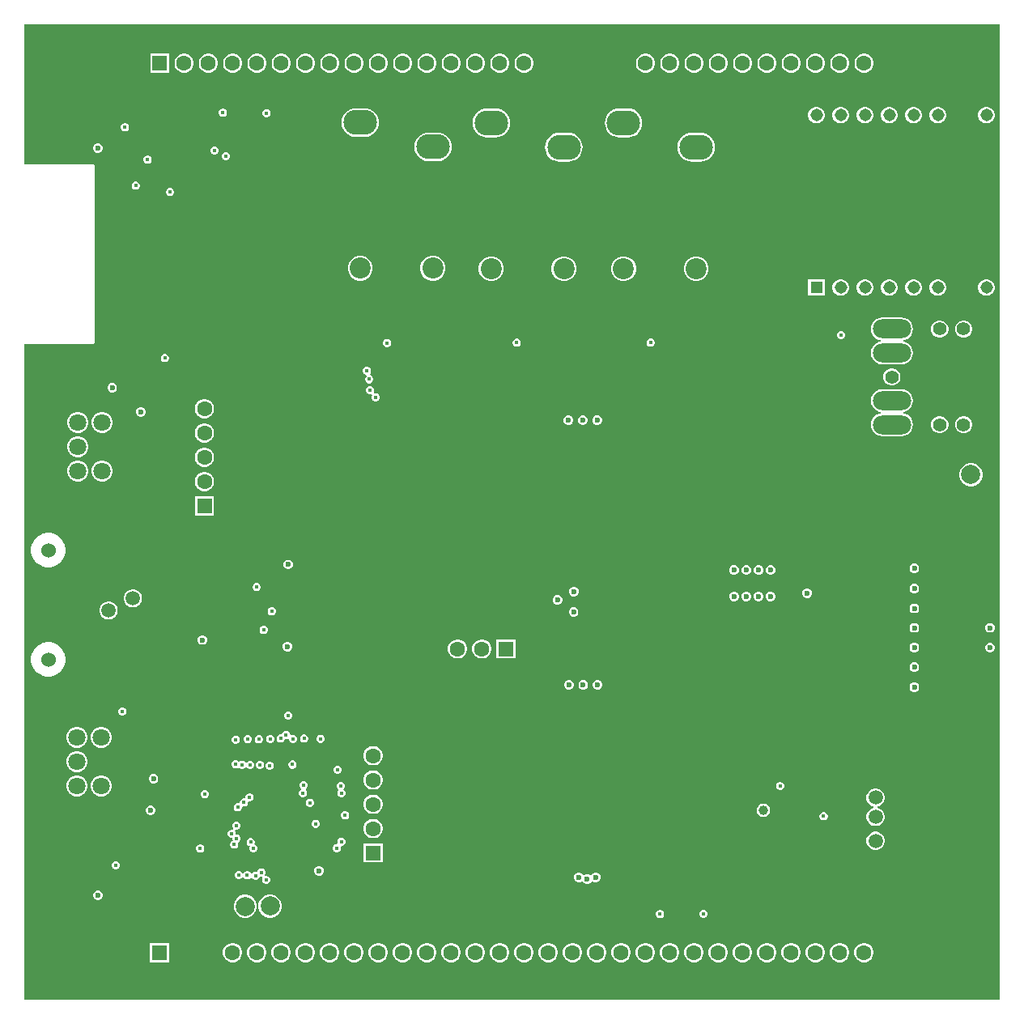
<source format=gbr>
%TF.GenerationSoftware,Altium Limited,Altium Designer,21.8.1 (53)*%
G04 Layer_Physical_Order=2*
G04 Layer_Color=36540*
%FSLAX45Y45*%
%MOMM*%
%TF.SameCoordinates,BA403207-4E74-424F-88DB-B819054AD5B4*%
%TF.FilePolarity,Positive*%
%TF.FileFunction,Copper,L2,Inr,Signal*%
%TF.Part,Single*%
G01*
G75*
%TA.AperFunction,ViaPad*%
%ADD53C,6.00000*%
%TA.AperFunction,ComponentPad*%
%ADD54C,1.60000*%
%ADD55R,1.60000X1.60000*%
%ADD56C,2.00000*%
%ADD57R,1.60000X1.60000*%
%ADD58C,1.52400*%
%ADD59C,1.50000*%
%ADD60R,1.50000X1.50000*%
%ADD61O,3.50000X2.60000*%
%ADD62C,2.20000*%
%ADD63C,3.00000*%
%ADD64C,1.80000*%
%ADD65R,1.30800X1.30800*%
%ADD66C,1.30800*%
%ADD67O,2.00000X4.00000*%
%ADD68O,4.00000X2.00000*%
%ADD69C,1.40000*%
%TA.AperFunction,ViaPad*%
%ADD70C,0.45000*%
%ADD71C,0.60000*%
%ADD72C,1.00000*%
G36*
X9750000Y-9790000D02*
X-450000D01*
Y-2933060D01*
X-445256Y-2929167D01*
X267174D01*
X274978Y-2927615D01*
X281594Y-2923194D01*
X286014Y-2916579D01*
X287566Y-2908775D01*
Y-1072423D01*
X286014Y-1064619D01*
X281594Y-1058004D01*
X274978Y-1053583D01*
X267174Y-1052031D01*
X-445256D01*
X-450000Y-1048138D01*
Y410000D01*
X9750000D01*
Y-9790000D01*
D02*
G37*
%LPC*%
G36*
X8345665Y105000D02*
X8319335D01*
X8293902Y98185D01*
X8271099Y85020D01*
X8252480Y66401D01*
X8239315Y43599D01*
X8232500Y18166D01*
Y-8165D01*
X8239315Y-33598D01*
X8252480Y-56401D01*
X8271099Y-75019D01*
X8293902Y-88185D01*
X8319335Y-95000D01*
X8345665D01*
X8371098Y-88185D01*
X8393901Y-75019D01*
X8412520Y-56401D01*
X8425685Y-33598D01*
X8432500Y-8165D01*
Y18166D01*
X8425685Y43599D01*
X8412520Y66401D01*
X8393901Y85020D01*
X8371098Y98185D01*
X8345665Y105000D01*
D02*
G37*
G36*
X8091665D02*
X8065335D01*
X8039902Y98185D01*
X8017099Y85020D01*
X7998480Y66401D01*
X7985315Y43599D01*
X7978500Y18166D01*
Y-8165D01*
X7985315Y-33598D01*
X7998480Y-56401D01*
X8017099Y-75019D01*
X8039902Y-88185D01*
X8065335Y-95000D01*
X8091665D01*
X8117098Y-88185D01*
X8139901Y-75019D01*
X8158520Y-56401D01*
X8171685Y-33598D01*
X8178500Y-8165D01*
Y18166D01*
X8171685Y43599D01*
X8158520Y66401D01*
X8139901Y85020D01*
X8117098Y98185D01*
X8091665Y105000D01*
D02*
G37*
G36*
X7837665D02*
X7811335D01*
X7785902Y98185D01*
X7763099Y85020D01*
X7744480Y66401D01*
X7731315Y43599D01*
X7724500Y18166D01*
Y-8165D01*
X7731315Y-33598D01*
X7744480Y-56401D01*
X7763099Y-75019D01*
X7785902Y-88185D01*
X7811335Y-95000D01*
X7837665D01*
X7863098Y-88185D01*
X7885901Y-75019D01*
X7904520Y-56401D01*
X7917685Y-33598D01*
X7924500Y-8165D01*
Y18166D01*
X7917685Y43599D01*
X7904520Y66401D01*
X7885901Y85020D01*
X7863098Y98185D01*
X7837665Y105000D01*
D02*
G37*
G36*
X7583665D02*
X7557335D01*
X7531902Y98185D01*
X7509099Y85020D01*
X7490480Y66401D01*
X7477315Y43599D01*
X7470500Y18166D01*
Y-8165D01*
X7477315Y-33598D01*
X7490480Y-56401D01*
X7509099Y-75019D01*
X7531902Y-88185D01*
X7557335Y-95000D01*
X7583665D01*
X7609098Y-88185D01*
X7631901Y-75019D01*
X7650520Y-56401D01*
X7663685Y-33598D01*
X7670500Y-8165D01*
Y18166D01*
X7663685Y43599D01*
X7650520Y66401D01*
X7631901Y85020D01*
X7609098Y98185D01*
X7583665Y105000D01*
D02*
G37*
G36*
X7329665D02*
X7303335D01*
X7277902Y98185D01*
X7255099Y85020D01*
X7236480Y66401D01*
X7223315Y43599D01*
X7216500Y18166D01*
Y-8165D01*
X7223315Y-33598D01*
X7236480Y-56401D01*
X7255099Y-75019D01*
X7277902Y-88185D01*
X7303335Y-95000D01*
X7329665D01*
X7355098Y-88185D01*
X7377901Y-75019D01*
X7396520Y-56401D01*
X7409685Y-33598D01*
X7416500Y-8165D01*
Y18166D01*
X7409685Y43599D01*
X7396520Y66401D01*
X7377901Y85020D01*
X7355098Y98185D01*
X7329665Y105000D01*
D02*
G37*
G36*
X7075665D02*
X7049335D01*
X7023902Y98185D01*
X7001099Y85020D01*
X6982480Y66401D01*
X6969315Y43599D01*
X6962500Y18166D01*
Y-8165D01*
X6969315Y-33598D01*
X6982480Y-56401D01*
X7001099Y-75019D01*
X7023902Y-88185D01*
X7049335Y-95000D01*
X7075665D01*
X7101098Y-88185D01*
X7123901Y-75019D01*
X7142520Y-56401D01*
X7155685Y-33598D01*
X7162500Y-8165D01*
Y18166D01*
X7155685Y43599D01*
X7142520Y66401D01*
X7123901Y85020D01*
X7101098Y98185D01*
X7075665Y105000D01*
D02*
G37*
G36*
X6821665D02*
X6795335D01*
X6769902Y98185D01*
X6747099Y85020D01*
X6728480Y66401D01*
X6715315Y43599D01*
X6708500Y18166D01*
Y-8165D01*
X6715315Y-33598D01*
X6728480Y-56401D01*
X6747099Y-75019D01*
X6769902Y-88185D01*
X6795335Y-95000D01*
X6821665D01*
X6847098Y-88185D01*
X6869901Y-75019D01*
X6888520Y-56401D01*
X6901685Y-33598D01*
X6908500Y-8165D01*
Y18166D01*
X6901685Y43599D01*
X6888520Y66401D01*
X6869901Y85020D01*
X6847098Y98185D01*
X6821665Y105000D01*
D02*
G37*
G36*
X6567665D02*
X6541335D01*
X6515902Y98185D01*
X6493099Y85020D01*
X6474480Y66401D01*
X6461315Y43599D01*
X6454500Y18166D01*
Y-8165D01*
X6461315Y-33598D01*
X6474480Y-56401D01*
X6493099Y-75019D01*
X6515902Y-88185D01*
X6541335Y-95000D01*
X6567665D01*
X6593098Y-88185D01*
X6615901Y-75019D01*
X6634520Y-56401D01*
X6647685Y-33598D01*
X6654500Y-8165D01*
Y18166D01*
X6647685Y43599D01*
X6634520Y66401D01*
X6615901Y85020D01*
X6593098Y98185D01*
X6567665Y105000D01*
D02*
G37*
G36*
X6313665D02*
X6287335D01*
X6261902Y98185D01*
X6239099Y85020D01*
X6220480Y66401D01*
X6207315Y43599D01*
X6200500Y18166D01*
Y-8165D01*
X6207315Y-33598D01*
X6220480Y-56401D01*
X6239099Y-75019D01*
X6261902Y-88185D01*
X6287335Y-95000D01*
X6313665D01*
X6339098Y-88185D01*
X6361901Y-75019D01*
X6380520Y-56401D01*
X6393685Y-33598D01*
X6400500Y-8165D01*
Y18166D01*
X6393685Y43599D01*
X6380520Y66401D01*
X6361901Y85020D01*
X6339098Y98185D01*
X6313665Y105000D01*
D02*
G37*
G36*
X6059665D02*
X6033335D01*
X6007902Y98185D01*
X5985099Y85020D01*
X5966480Y66401D01*
X5953315Y43599D01*
X5946500Y18166D01*
Y-8165D01*
X5953315Y-33598D01*
X5966480Y-56401D01*
X5985099Y-75019D01*
X6007902Y-88185D01*
X6033335Y-95000D01*
X6059665D01*
X6085098Y-88185D01*
X6107901Y-75019D01*
X6126520Y-56401D01*
X6139685Y-33598D01*
X6146500Y-8165D01*
Y18166D01*
X6139685Y43599D01*
X6126520Y66401D01*
X6107901Y85020D01*
X6085098Y98185D01*
X6059665Y105000D01*
D02*
G37*
G36*
X4789665D02*
X4763335D01*
X4737902Y98185D01*
X4715099Y85020D01*
X4696480Y66401D01*
X4683315Y43599D01*
X4676500Y18166D01*
Y-8165D01*
X4683315Y-33598D01*
X4696480Y-56401D01*
X4715099Y-75019D01*
X4737902Y-88185D01*
X4763335Y-95000D01*
X4789665D01*
X4815098Y-88185D01*
X4837901Y-75019D01*
X4856520Y-56401D01*
X4869685Y-33598D01*
X4876500Y-8165D01*
Y18166D01*
X4869685Y43599D01*
X4856520Y66401D01*
X4837901Y85020D01*
X4815098Y98185D01*
X4789665Y105000D01*
D02*
G37*
G36*
X4535665D02*
X4509335D01*
X4483902Y98185D01*
X4461099Y85020D01*
X4442480Y66401D01*
X4429315Y43599D01*
X4422500Y18166D01*
Y-8165D01*
X4429315Y-33598D01*
X4442480Y-56401D01*
X4461099Y-75019D01*
X4483902Y-88185D01*
X4509335Y-95000D01*
X4535665D01*
X4561098Y-88185D01*
X4583901Y-75019D01*
X4602520Y-56401D01*
X4615685Y-33598D01*
X4622500Y-8165D01*
Y18166D01*
X4615685Y43599D01*
X4602520Y66401D01*
X4583901Y85020D01*
X4561098Y98185D01*
X4535665Y105000D01*
D02*
G37*
G36*
X4281665D02*
X4255335D01*
X4229902Y98185D01*
X4207099Y85020D01*
X4188480Y66401D01*
X4175315Y43599D01*
X4168500Y18166D01*
Y-8165D01*
X4175315Y-33598D01*
X4188480Y-56401D01*
X4207099Y-75019D01*
X4229902Y-88185D01*
X4255335Y-95000D01*
X4281665D01*
X4307098Y-88185D01*
X4329901Y-75019D01*
X4348520Y-56401D01*
X4361685Y-33598D01*
X4368500Y-8165D01*
Y18166D01*
X4361685Y43599D01*
X4348520Y66401D01*
X4329901Y85020D01*
X4307098Y98185D01*
X4281665Y105000D01*
D02*
G37*
G36*
X4027665D02*
X4001335D01*
X3975902Y98185D01*
X3953099Y85020D01*
X3934480Y66401D01*
X3921315Y43599D01*
X3914500Y18166D01*
Y-8165D01*
X3921315Y-33598D01*
X3934480Y-56401D01*
X3953099Y-75019D01*
X3975902Y-88185D01*
X4001335Y-95000D01*
X4027665D01*
X4053098Y-88185D01*
X4075901Y-75019D01*
X4094520Y-56401D01*
X4107685Y-33598D01*
X4114500Y-8165D01*
Y18166D01*
X4107685Y43599D01*
X4094520Y66401D01*
X4075901Y85020D01*
X4053098Y98185D01*
X4027665Y105000D01*
D02*
G37*
G36*
X3773665D02*
X3747335D01*
X3721902Y98185D01*
X3699099Y85020D01*
X3680480Y66401D01*
X3667315Y43599D01*
X3660500Y18166D01*
Y-8165D01*
X3667315Y-33598D01*
X3680480Y-56401D01*
X3699099Y-75019D01*
X3721902Y-88185D01*
X3747335Y-95000D01*
X3773665D01*
X3799098Y-88185D01*
X3821901Y-75019D01*
X3840520Y-56401D01*
X3853685Y-33598D01*
X3860500Y-8165D01*
Y18166D01*
X3853685Y43599D01*
X3840520Y66401D01*
X3821901Y85020D01*
X3799098Y98185D01*
X3773665Y105000D01*
D02*
G37*
G36*
X3519665D02*
X3493335D01*
X3467902Y98185D01*
X3445099Y85020D01*
X3426480Y66401D01*
X3413315Y43599D01*
X3406500Y18166D01*
Y-8165D01*
X3413315Y-33598D01*
X3426480Y-56401D01*
X3445099Y-75019D01*
X3467902Y-88185D01*
X3493335Y-95000D01*
X3519665D01*
X3545098Y-88185D01*
X3567901Y-75019D01*
X3586520Y-56401D01*
X3599685Y-33598D01*
X3606500Y-8165D01*
Y18166D01*
X3599685Y43599D01*
X3586520Y66401D01*
X3567901Y85020D01*
X3545098Y98185D01*
X3519665Y105000D01*
D02*
G37*
G36*
X3265665D02*
X3239335D01*
X3213902Y98185D01*
X3191099Y85020D01*
X3172480Y66401D01*
X3159315Y43599D01*
X3152500Y18166D01*
Y-8165D01*
X3159315Y-33598D01*
X3172480Y-56401D01*
X3191099Y-75019D01*
X3213902Y-88185D01*
X3239335Y-95000D01*
X3265665D01*
X3291098Y-88185D01*
X3313901Y-75019D01*
X3332520Y-56401D01*
X3345685Y-33598D01*
X3352500Y-8165D01*
Y18166D01*
X3345685Y43599D01*
X3332520Y66401D01*
X3313901Y85020D01*
X3291098Y98185D01*
X3265665Y105000D01*
D02*
G37*
G36*
X3011665D02*
X2985335D01*
X2959902Y98185D01*
X2937099Y85020D01*
X2918480Y66401D01*
X2905315Y43599D01*
X2898500Y18166D01*
Y-8165D01*
X2905315Y-33598D01*
X2918480Y-56401D01*
X2937099Y-75019D01*
X2959902Y-88185D01*
X2985335Y-95000D01*
X3011665D01*
X3037098Y-88185D01*
X3059901Y-75019D01*
X3078520Y-56401D01*
X3091685Y-33598D01*
X3098500Y-8165D01*
Y18166D01*
X3091685Y43599D01*
X3078520Y66401D01*
X3059901Y85020D01*
X3037098Y98185D01*
X3011665Y105000D01*
D02*
G37*
G36*
X2757665D02*
X2731335D01*
X2705902Y98185D01*
X2683099Y85020D01*
X2664480Y66401D01*
X2651315Y43599D01*
X2644500Y18166D01*
Y-8165D01*
X2651315Y-33598D01*
X2664480Y-56401D01*
X2683099Y-75019D01*
X2705902Y-88185D01*
X2731335Y-95000D01*
X2757665D01*
X2783098Y-88185D01*
X2805901Y-75019D01*
X2824520Y-56401D01*
X2837685Y-33598D01*
X2844500Y-8165D01*
Y18166D01*
X2837685Y43599D01*
X2824520Y66401D01*
X2805901Y85020D01*
X2783098Y98185D01*
X2757665Y105000D01*
D02*
G37*
G36*
X2503665D02*
X2477335D01*
X2451902Y98185D01*
X2429099Y85020D01*
X2410480Y66401D01*
X2397315Y43599D01*
X2390500Y18166D01*
Y-8165D01*
X2397315Y-33598D01*
X2410480Y-56401D01*
X2429099Y-75019D01*
X2451902Y-88185D01*
X2477335Y-95000D01*
X2503665D01*
X2529098Y-88185D01*
X2551901Y-75019D01*
X2570520Y-56401D01*
X2583685Y-33598D01*
X2590500Y-8165D01*
Y18166D01*
X2583685Y43599D01*
X2570520Y66401D01*
X2551901Y85020D01*
X2529098Y98185D01*
X2503665Y105000D01*
D02*
G37*
G36*
X2249665D02*
X2223335D01*
X2197902Y98185D01*
X2175099Y85020D01*
X2156480Y66401D01*
X2143315Y43599D01*
X2136500Y18166D01*
Y-8165D01*
X2143315Y-33598D01*
X2156480Y-56401D01*
X2175099Y-75019D01*
X2197902Y-88185D01*
X2223335Y-95000D01*
X2249665D01*
X2275098Y-88185D01*
X2297901Y-75019D01*
X2316520Y-56401D01*
X2329685Y-33598D01*
X2336500Y-8165D01*
Y18166D01*
X2329685Y43599D01*
X2316520Y66401D01*
X2297901Y85020D01*
X2275098Y98185D01*
X2249665Y105000D01*
D02*
G37*
G36*
X1995665D02*
X1969335D01*
X1943902Y98185D01*
X1921099Y85020D01*
X1902480Y66401D01*
X1889315Y43599D01*
X1882500Y18166D01*
Y-8165D01*
X1889315Y-33598D01*
X1902480Y-56401D01*
X1921099Y-75019D01*
X1943902Y-88185D01*
X1969335Y-95000D01*
X1995665D01*
X2021098Y-88185D01*
X2043901Y-75019D01*
X2062520Y-56401D01*
X2075685Y-33598D01*
X2082500Y-8165D01*
Y18166D01*
X2075685Y43599D01*
X2062520Y66401D01*
X2043901Y85020D01*
X2021098Y98185D01*
X1995665Y105000D01*
D02*
G37*
G36*
X1741665D02*
X1715335D01*
X1689902Y98185D01*
X1667099Y85020D01*
X1648480Y66401D01*
X1635315Y43599D01*
X1628500Y18166D01*
Y-8165D01*
X1635315Y-33598D01*
X1648480Y-56401D01*
X1667099Y-75019D01*
X1689902Y-88185D01*
X1715335Y-95000D01*
X1741665D01*
X1767098Y-88185D01*
X1789901Y-75019D01*
X1808520Y-56401D01*
X1821685Y-33598D01*
X1828500Y-8165D01*
Y18166D01*
X1821685Y43599D01*
X1808520Y66401D01*
X1789901Y85020D01*
X1767098Y98185D01*
X1741665Y105000D01*
D02*
G37*
G36*
X1487665D02*
X1461335D01*
X1435902Y98185D01*
X1413099Y85020D01*
X1394480Y66401D01*
X1381315Y43599D01*
X1374500Y18166D01*
Y-8165D01*
X1381315Y-33598D01*
X1394480Y-56401D01*
X1413099Y-75019D01*
X1435902Y-88185D01*
X1461335Y-95000D01*
X1487665D01*
X1513098Y-88185D01*
X1535901Y-75019D01*
X1554520Y-56401D01*
X1567685Y-33598D01*
X1574500Y-8165D01*
Y18166D01*
X1567685Y43599D01*
X1554520Y66401D01*
X1535901Y85020D01*
X1513098Y98185D01*
X1487665Y105000D01*
D02*
G37*
G36*
X1233665D02*
X1207335D01*
X1181902Y98185D01*
X1159099Y85020D01*
X1140480Y66401D01*
X1127315Y43599D01*
X1120500Y18166D01*
Y-8165D01*
X1127315Y-33598D01*
X1140480Y-56401D01*
X1159099Y-75019D01*
X1181902Y-88185D01*
X1207335Y-95000D01*
X1233665D01*
X1259098Y-88185D01*
X1281901Y-75019D01*
X1300520Y-56401D01*
X1313685Y-33598D01*
X1320500Y-8165D01*
Y18166D01*
X1313685Y43599D01*
X1300520Y66401D01*
X1281901Y85020D01*
X1259098Y98185D01*
X1233665Y105000D01*
D02*
G37*
G36*
X1066500D02*
X866500D01*
Y-95000D01*
X1066500D01*
Y105000D01*
D02*
G37*
G36*
X1635260Y-471744D02*
X1618353D01*
X1602733Y-478214D01*
X1590777Y-490170D01*
X1584307Y-505790D01*
Y-522697D01*
X1590777Y-538318D01*
X1602733Y-550273D01*
X1618353Y-556744D01*
X1635260D01*
X1650881Y-550273D01*
X1662836Y-538318D01*
X1669307Y-522697D01*
Y-505790D01*
X1662836Y-490170D01*
X1650881Y-478214D01*
X1635260Y-471744D01*
D02*
G37*
G36*
X2092979Y-473601D02*
X2076071D01*
X2060451Y-480071D01*
X2048495Y-492027D01*
X2042025Y-507647D01*
Y-524555D01*
X2048495Y-540175D01*
X2060451Y-552131D01*
X2076071Y-558601D01*
X2092979D01*
X2108599Y-552131D01*
X2120555Y-540175D01*
X2127025Y-524555D01*
Y-507647D01*
X2120555Y-492027D01*
X2108599Y-480071D01*
X2092979Y-473601D01*
D02*
G37*
G36*
X9623263Y-454674D02*
X9600777D01*
X9579057Y-460494D01*
X9559583Y-471737D01*
X9543683Y-487637D01*
X9532440Y-507110D01*
X9526620Y-528831D01*
Y-551317D01*
X9532440Y-573037D01*
X9543683Y-592510D01*
X9559583Y-608411D01*
X9579057Y-619654D01*
X9600777Y-625473D01*
X9623263D01*
X9644983Y-619654D01*
X9664457Y-608411D01*
X9680357Y-592510D01*
X9691600Y-573037D01*
X9697420Y-551317D01*
Y-528831D01*
X9691600Y-507110D01*
X9680357Y-487637D01*
X9664457Y-471737D01*
X9644983Y-460494D01*
X9623263Y-454674D01*
D02*
G37*
G36*
X9115263D02*
X9092777D01*
X9071057Y-460494D01*
X9051583Y-471737D01*
X9035683Y-487637D01*
X9024440Y-507110D01*
X9018620Y-528831D01*
Y-551317D01*
X9024440Y-573037D01*
X9035683Y-592510D01*
X9051583Y-608411D01*
X9071057Y-619654D01*
X9092777Y-625473D01*
X9115263D01*
X9136983Y-619654D01*
X9156457Y-608411D01*
X9172357Y-592510D01*
X9183600Y-573037D01*
X9189420Y-551317D01*
Y-528831D01*
X9183600Y-507110D01*
X9172357Y-487637D01*
X9156457Y-471737D01*
X9136983Y-460494D01*
X9115263Y-454674D01*
D02*
G37*
G36*
X8861263D02*
X8838777D01*
X8817057Y-460494D01*
X8797583Y-471737D01*
X8781683Y-487637D01*
X8770440Y-507110D01*
X8764620Y-528831D01*
Y-551317D01*
X8770440Y-573037D01*
X8781683Y-592510D01*
X8797583Y-608411D01*
X8817057Y-619654D01*
X8838777Y-625473D01*
X8861263D01*
X8882983Y-619654D01*
X8902457Y-608411D01*
X8918357Y-592510D01*
X8929600Y-573037D01*
X8935420Y-551317D01*
Y-528831D01*
X8929600Y-507110D01*
X8918357Y-487637D01*
X8902457Y-471737D01*
X8882983Y-460494D01*
X8861263Y-454674D01*
D02*
G37*
G36*
X8607263D02*
X8584777D01*
X8563057Y-460494D01*
X8543583Y-471737D01*
X8527683Y-487637D01*
X8516440Y-507110D01*
X8510620Y-528831D01*
Y-551317D01*
X8516440Y-573037D01*
X8527683Y-592510D01*
X8543583Y-608411D01*
X8563057Y-619654D01*
X8584777Y-625473D01*
X8607263D01*
X8628983Y-619654D01*
X8648457Y-608411D01*
X8664357Y-592510D01*
X8675600Y-573037D01*
X8681420Y-551317D01*
Y-528831D01*
X8675600Y-507110D01*
X8664357Y-487637D01*
X8648457Y-471737D01*
X8628983Y-460494D01*
X8607263Y-454674D01*
D02*
G37*
G36*
X8353263D02*
X8330777D01*
X8309057Y-460494D01*
X8289583Y-471737D01*
X8273683Y-487637D01*
X8262440Y-507110D01*
X8256620Y-528831D01*
Y-551317D01*
X8262440Y-573037D01*
X8273683Y-592510D01*
X8289583Y-608411D01*
X8309057Y-619654D01*
X8330777Y-625473D01*
X8353263D01*
X8374983Y-619654D01*
X8394457Y-608411D01*
X8410357Y-592510D01*
X8421600Y-573037D01*
X8427420Y-551317D01*
Y-528831D01*
X8421600Y-507110D01*
X8410357Y-487637D01*
X8394457Y-471737D01*
X8374983Y-460494D01*
X8353263Y-454674D01*
D02*
G37*
G36*
X8099263D02*
X8076777D01*
X8055057Y-460494D01*
X8035583Y-471737D01*
X8019683Y-487637D01*
X8008440Y-507110D01*
X8002620Y-528831D01*
Y-551317D01*
X8008440Y-573037D01*
X8019683Y-592510D01*
X8035583Y-608411D01*
X8055057Y-619654D01*
X8076777Y-625473D01*
X8099263D01*
X8120983Y-619654D01*
X8140457Y-608411D01*
X8156357Y-592510D01*
X8167600Y-573037D01*
X8173420Y-551317D01*
Y-528831D01*
X8167600Y-507110D01*
X8156357Y-487637D01*
X8140457Y-471737D01*
X8120983Y-460494D01*
X8099263Y-454674D01*
D02*
G37*
G36*
X7845263D02*
X7822777D01*
X7801057Y-460494D01*
X7781583Y-471737D01*
X7765683Y-487637D01*
X7754440Y-507110D01*
X7748620Y-528831D01*
Y-551317D01*
X7754440Y-573037D01*
X7765683Y-592510D01*
X7781583Y-608411D01*
X7801057Y-619654D01*
X7822777Y-625473D01*
X7845263D01*
X7866983Y-619654D01*
X7886457Y-608411D01*
X7902357Y-592510D01*
X7913600Y-573037D01*
X7919420Y-551317D01*
Y-528831D01*
X7913600Y-507110D01*
X7902357Y-487637D01*
X7886457Y-471737D01*
X7866983Y-460494D01*
X7845263Y-454674D01*
D02*
G37*
G36*
X610652Y-624234D02*
X593745D01*
X578125Y-630705D01*
X566169Y-642660D01*
X559699Y-658281D01*
Y-675188D01*
X566169Y-690808D01*
X578125Y-702764D01*
X593745Y-709234D01*
X610652D01*
X626273Y-702764D01*
X638228Y-690808D01*
X644698Y-675188D01*
Y-658281D01*
X638228Y-642660D01*
X626273Y-630705D01*
X610652Y-624234D01*
D02*
G37*
G36*
X3107500Y-465274D02*
X3017500D01*
X2988095Y-468171D01*
X2959820Y-476748D01*
X2933761Y-490676D01*
X2910921Y-509421D01*
X2892176Y-532261D01*
X2878247Y-558320D01*
X2869670Y-586595D01*
X2866774Y-616000D01*
X2869670Y-645405D01*
X2878247Y-673680D01*
X2892176Y-699739D01*
X2910921Y-722579D01*
X2933761Y-741324D01*
X2959820Y-755252D01*
X2988095Y-763830D01*
X3017500Y-766726D01*
X3107500D01*
X3136905Y-763830D01*
X3165180Y-755252D01*
X3191238Y-741324D01*
X3214079Y-722579D01*
X3232824Y-699739D01*
X3246752Y-673680D01*
X3255329Y-645405D01*
X3258225Y-616000D01*
X3255329Y-586595D01*
X3246752Y-558320D01*
X3232824Y-532261D01*
X3214079Y-509421D01*
X3191238Y-490676D01*
X3165180Y-476748D01*
X3136905Y-468171D01*
X3107500Y-465274D01*
D02*
G37*
G36*
X5862500Y-470274D02*
X5772500D01*
X5743095Y-473171D01*
X5714820Y-481748D01*
X5688761Y-495676D01*
X5665921Y-514421D01*
X5647176Y-537261D01*
X5633247Y-563320D01*
X5624670Y-591595D01*
X5621774Y-621000D01*
X5624670Y-650405D01*
X5633247Y-678680D01*
X5647176Y-704739D01*
X5665921Y-727579D01*
X5688761Y-746324D01*
X5714820Y-760252D01*
X5743095Y-768830D01*
X5772500Y-771726D01*
X5862500D01*
X5891905Y-768830D01*
X5920180Y-760252D01*
X5946238Y-746324D01*
X5969079Y-727579D01*
X5987823Y-704739D01*
X6001752Y-678680D01*
X6010329Y-650405D01*
X6013225Y-621000D01*
X6010329Y-591595D01*
X6001752Y-563320D01*
X5987823Y-537261D01*
X5969079Y-514421D01*
X5946238Y-495676D01*
X5920180Y-481748D01*
X5891905Y-473171D01*
X5862500Y-470274D01*
D02*
G37*
G36*
X4477500D02*
X4387500D01*
X4358095Y-473171D01*
X4329820Y-481748D01*
X4303761Y-495676D01*
X4280921Y-514421D01*
X4262176Y-537261D01*
X4248248Y-563320D01*
X4239670Y-591595D01*
X4236774Y-621000D01*
X4239670Y-650405D01*
X4248248Y-678680D01*
X4262176Y-704739D01*
X4280921Y-727579D01*
X4303761Y-746324D01*
X4329820Y-760252D01*
X4358095Y-768830D01*
X4387500Y-771726D01*
X4477500D01*
X4506905Y-768830D01*
X4535180Y-760252D01*
X4561239Y-746324D01*
X4584079Y-727579D01*
X4602824Y-704739D01*
X4616752Y-678680D01*
X4625329Y-650405D01*
X4628225Y-621000D01*
X4625329Y-591595D01*
X4616752Y-563320D01*
X4602824Y-537261D01*
X4584079Y-514421D01*
X4561239Y-495676D01*
X4535180Y-481748D01*
X4506905Y-473171D01*
X4477500Y-470274D01*
D02*
G37*
G36*
X327871Y-835000D02*
X307980D01*
X289603Y-842612D01*
X275538Y-856677D01*
X267926Y-875054D01*
Y-894946D01*
X275538Y-913323D01*
X289603Y-927388D01*
X307980Y-935000D01*
X327871D01*
X346248Y-927388D01*
X360314Y-913323D01*
X367926Y-894946D01*
Y-875054D01*
X360314Y-856677D01*
X346248Y-842612D01*
X327871Y-835000D01*
D02*
G37*
G36*
X1548278Y-868993D02*
X1531370D01*
X1515750Y-875463D01*
X1503794Y-887419D01*
X1497324Y-903039D01*
Y-919946D01*
X1503794Y-935567D01*
X1515750Y-947522D01*
X1531370Y-953993D01*
X1548278D01*
X1563898Y-947522D01*
X1575854Y-935567D01*
X1582324Y-919946D01*
Y-903039D01*
X1575854Y-887419D01*
X1563898Y-875463D01*
X1548278Y-868993D01*
D02*
G37*
G36*
X1663577Y-924748D02*
X1646670D01*
X1631050Y-931218D01*
X1619094Y-943174D01*
X1612624Y-958794D01*
Y-975701D01*
X1619094Y-991322D01*
X1631050Y-1003277D01*
X1646670Y-1009748D01*
X1663577D01*
X1679198Y-1003277D01*
X1691153Y-991322D01*
X1697623Y-975701D01*
Y-958794D01*
X1691153Y-943174D01*
X1679198Y-931218D01*
X1663577Y-924748D01*
D02*
G37*
G36*
X3867500Y-719274D02*
X3777500D01*
X3748095Y-722171D01*
X3719820Y-730748D01*
X3693761Y-744676D01*
X3670921Y-763421D01*
X3652176Y-786261D01*
X3638247Y-812320D01*
X3629670Y-840595D01*
X3626774Y-870000D01*
X3629670Y-899405D01*
X3638247Y-927680D01*
X3652176Y-953739D01*
X3670921Y-976579D01*
X3693761Y-995324D01*
X3719820Y-1009252D01*
X3748095Y-1017830D01*
X3777500Y-1020726D01*
X3867500D01*
X3896905Y-1017830D01*
X3925180Y-1009252D01*
X3951238Y-995324D01*
X3974079Y-976579D01*
X3992824Y-953739D01*
X4006752Y-927680D01*
X4015329Y-899405D01*
X4018225Y-870000D01*
X4015329Y-840595D01*
X4006752Y-812320D01*
X3992824Y-786261D01*
X3974079Y-763421D01*
X3951238Y-744676D01*
X3925180Y-730748D01*
X3896905Y-722171D01*
X3867500Y-719274D01*
D02*
G37*
G36*
X6622500Y-724274D02*
X6532500D01*
X6503095Y-727171D01*
X6474820Y-735748D01*
X6448761Y-749676D01*
X6425921Y-768421D01*
X6407176Y-791261D01*
X6393247Y-817320D01*
X6384670Y-845595D01*
X6381774Y-875000D01*
X6384670Y-904405D01*
X6393247Y-932680D01*
X6407176Y-958739D01*
X6425921Y-981579D01*
X6448761Y-1000324D01*
X6474820Y-1014252D01*
X6503095Y-1022830D01*
X6532500Y-1025726D01*
X6622500D01*
X6651905Y-1022830D01*
X6680180Y-1014252D01*
X6706238Y-1000324D01*
X6729079Y-981579D01*
X6747823Y-958739D01*
X6761752Y-932680D01*
X6770329Y-904405D01*
X6773225Y-875000D01*
X6770329Y-845595D01*
X6761752Y-817320D01*
X6747823Y-791261D01*
X6729079Y-768421D01*
X6706238Y-749676D01*
X6680180Y-735748D01*
X6651905Y-727171D01*
X6622500Y-724274D01*
D02*
G37*
G36*
X5237500D02*
X5147500D01*
X5118095Y-727171D01*
X5089820Y-735748D01*
X5063761Y-749676D01*
X5040921Y-768421D01*
X5022176Y-791261D01*
X5008248Y-817320D01*
X4999670Y-845595D01*
X4996774Y-875000D01*
X4999670Y-904405D01*
X5008248Y-932680D01*
X5022176Y-958739D01*
X5040921Y-981579D01*
X5063761Y-1000324D01*
X5089820Y-1014252D01*
X5118095Y-1022830D01*
X5147500Y-1025726D01*
X5237500D01*
X5266905Y-1022830D01*
X5295180Y-1014252D01*
X5321239Y-1000324D01*
X5344079Y-981579D01*
X5362824Y-958739D01*
X5376752Y-932680D01*
X5385329Y-904405D01*
X5388225Y-875000D01*
X5385329Y-845595D01*
X5376752Y-817320D01*
X5362824Y-791261D01*
X5344079Y-768421D01*
X5321239Y-749676D01*
X5295180Y-735748D01*
X5266905Y-727171D01*
X5237500Y-724274D01*
D02*
G37*
G36*
X848383Y-962642D02*
X831475D01*
X815855Y-969112D01*
X803899Y-981067D01*
X797429Y-996688D01*
Y-1013595D01*
X803899Y-1029216D01*
X815855Y-1041171D01*
X831475Y-1047641D01*
X848383D01*
X864003Y-1041171D01*
X875959Y-1029216D01*
X882429Y-1013595D01*
Y-996688D01*
X875959Y-981067D01*
X864003Y-969112D01*
X848383Y-962642D01*
D02*
G37*
G36*
X721894Y-1234198D02*
X704986D01*
X689366Y-1240668D01*
X677410Y-1252624D01*
X670940Y-1268244D01*
Y-1285152D01*
X677410Y-1300772D01*
X689366Y-1312728D01*
X704986Y-1319198D01*
X721894D01*
X737514Y-1312728D01*
X749470Y-1300772D01*
X755940Y-1285152D01*
Y-1268244D01*
X749470Y-1252624D01*
X737514Y-1240668D01*
X721894Y-1234198D01*
D02*
G37*
G36*
X1082209Y-1302847D02*
X1065302D01*
X1049681Y-1309317D01*
X1037726Y-1321273D01*
X1031255Y-1336893D01*
Y-1353801D01*
X1037726Y-1369421D01*
X1049681Y-1381377D01*
X1065302Y-1387847D01*
X1082209D01*
X1097829Y-1381377D01*
X1109785Y-1369421D01*
X1116255Y-1353801D01*
Y-1336893D01*
X1109785Y-1321273D01*
X1097829Y-1309317D01*
X1082209Y-1302847D01*
D02*
G37*
G36*
X3839615Y-2010000D02*
X3805385D01*
X3772322Y-2018859D01*
X3742678Y-2035974D01*
X3718474Y-2060178D01*
X3701359Y-2089822D01*
X3692500Y-2122885D01*
Y-2157115D01*
X3701359Y-2190178D01*
X3718474Y-2219822D01*
X3742678Y-2244026D01*
X3772322Y-2261141D01*
X3805385Y-2270000D01*
X3839615D01*
X3872678Y-2261141D01*
X3902322Y-2244026D01*
X3926526Y-2219822D01*
X3943641Y-2190178D01*
X3952500Y-2157115D01*
Y-2122885D01*
X3943641Y-2089822D01*
X3926526Y-2060178D01*
X3902322Y-2035974D01*
X3872678Y-2018859D01*
X3839615Y-2010000D01*
D02*
G37*
G36*
X3079615D02*
X3045385D01*
X3012322Y-2018859D01*
X2982678Y-2035974D01*
X2958474Y-2060178D01*
X2941359Y-2089822D01*
X2932500Y-2122885D01*
Y-2157115D01*
X2941359Y-2190178D01*
X2958474Y-2219822D01*
X2982678Y-2244026D01*
X3012322Y-2261141D01*
X3045385Y-2270000D01*
X3079615D01*
X3112678Y-2261141D01*
X3142322Y-2244026D01*
X3166526Y-2219822D01*
X3183641Y-2190178D01*
X3192500Y-2157115D01*
Y-2122885D01*
X3183641Y-2089822D01*
X3166526Y-2060178D01*
X3142322Y-2035974D01*
X3112678Y-2018859D01*
X3079615Y-2010000D01*
D02*
G37*
G36*
X6594614Y-2015000D02*
X6560385D01*
X6527321Y-2023859D01*
X6497678Y-2040974D01*
X6473474Y-2065178D01*
X6456359Y-2094822D01*
X6447500Y-2127885D01*
Y-2162115D01*
X6456359Y-2195178D01*
X6473474Y-2224822D01*
X6497678Y-2249026D01*
X6527321Y-2266141D01*
X6560385Y-2275000D01*
X6594614D01*
X6627678Y-2266141D01*
X6657321Y-2249026D01*
X6681525Y-2224822D01*
X6698640Y-2195178D01*
X6707500Y-2162115D01*
Y-2127885D01*
X6698640Y-2094822D01*
X6681525Y-2065178D01*
X6657321Y-2040974D01*
X6627678Y-2023859D01*
X6594614Y-2015000D01*
D02*
G37*
G36*
X5834614D02*
X5800385D01*
X5767321Y-2023859D01*
X5737678Y-2040974D01*
X5713474Y-2065178D01*
X5696359Y-2094822D01*
X5687500Y-2127885D01*
Y-2162115D01*
X5696359Y-2195178D01*
X5713474Y-2224822D01*
X5737678Y-2249026D01*
X5767321Y-2266141D01*
X5800385Y-2275000D01*
X5834614D01*
X5867678Y-2266141D01*
X5897321Y-2249026D01*
X5921525Y-2224822D01*
X5938640Y-2195178D01*
X5947500Y-2162115D01*
Y-2127885D01*
X5938640Y-2094822D01*
X5921525Y-2065178D01*
X5897321Y-2040974D01*
X5867678Y-2023859D01*
X5834614Y-2015000D01*
D02*
G37*
G36*
X5209615D02*
X5175385D01*
X5142322Y-2023859D01*
X5112678Y-2040974D01*
X5088474Y-2065178D01*
X5071359Y-2094822D01*
X5062500Y-2127885D01*
Y-2162115D01*
X5071359Y-2195178D01*
X5088474Y-2224822D01*
X5112678Y-2249026D01*
X5142322Y-2266141D01*
X5175385Y-2275000D01*
X5209615D01*
X5242678Y-2266141D01*
X5272322Y-2249026D01*
X5296526Y-2224822D01*
X5313641Y-2195178D01*
X5322500Y-2162115D01*
Y-2127885D01*
X5313641Y-2094822D01*
X5296526Y-2065178D01*
X5272322Y-2040974D01*
X5242678Y-2023859D01*
X5209615Y-2015000D01*
D02*
G37*
G36*
X4449615D02*
X4415385D01*
X4382322Y-2023859D01*
X4352678Y-2040974D01*
X4328474Y-2065178D01*
X4311359Y-2094822D01*
X4302500Y-2127885D01*
Y-2162115D01*
X4311359Y-2195178D01*
X4328474Y-2224822D01*
X4352678Y-2249026D01*
X4382322Y-2266141D01*
X4415385Y-2275000D01*
X4449615D01*
X4482678Y-2266141D01*
X4512322Y-2249026D01*
X4536526Y-2224822D01*
X4553641Y-2195178D01*
X4562500Y-2162115D01*
Y-2127885D01*
X4553641Y-2094822D01*
X4536526Y-2065178D01*
X4512322Y-2040974D01*
X4482678Y-2023859D01*
X4449615Y-2015000D01*
D02*
G37*
G36*
X9623263Y-2258074D02*
X9600777D01*
X9579057Y-2263894D01*
X9559583Y-2275137D01*
X9543683Y-2291037D01*
X9532440Y-2310510D01*
X9526620Y-2332231D01*
Y-2354717D01*
X9532440Y-2376437D01*
X9543683Y-2395910D01*
X9559583Y-2411811D01*
X9579057Y-2423054D01*
X9600777Y-2428873D01*
X9623263D01*
X9644983Y-2423054D01*
X9664457Y-2411811D01*
X9680357Y-2395910D01*
X9691600Y-2376437D01*
X9697420Y-2354717D01*
Y-2332231D01*
X9691600Y-2310510D01*
X9680357Y-2291037D01*
X9664457Y-2275137D01*
X9644983Y-2263894D01*
X9623263Y-2258074D01*
D02*
G37*
G36*
X9115263D02*
X9092777D01*
X9071057Y-2263894D01*
X9051583Y-2275137D01*
X9035683Y-2291037D01*
X9024440Y-2310510D01*
X9018620Y-2332231D01*
Y-2354717D01*
X9024440Y-2376437D01*
X9035683Y-2395910D01*
X9051583Y-2411811D01*
X9071057Y-2423054D01*
X9092777Y-2428873D01*
X9115263D01*
X9136983Y-2423054D01*
X9156457Y-2411811D01*
X9172357Y-2395910D01*
X9183600Y-2376437D01*
X9189420Y-2354717D01*
Y-2332231D01*
X9183600Y-2310510D01*
X9172357Y-2291037D01*
X9156457Y-2275137D01*
X9136983Y-2263894D01*
X9115263Y-2258074D01*
D02*
G37*
G36*
X8861263D02*
X8838777D01*
X8817057Y-2263894D01*
X8797583Y-2275137D01*
X8781683Y-2291037D01*
X8770440Y-2310510D01*
X8764620Y-2332231D01*
Y-2354717D01*
X8770440Y-2376437D01*
X8781683Y-2395910D01*
X8797583Y-2411811D01*
X8817057Y-2423054D01*
X8838777Y-2428873D01*
X8861263D01*
X8882983Y-2423054D01*
X8902457Y-2411811D01*
X8918357Y-2395910D01*
X8929600Y-2376437D01*
X8935420Y-2354717D01*
Y-2332231D01*
X8929600Y-2310510D01*
X8918357Y-2291037D01*
X8902457Y-2275137D01*
X8882983Y-2263894D01*
X8861263Y-2258074D01*
D02*
G37*
G36*
X8607263D02*
X8584777D01*
X8563057Y-2263894D01*
X8543583Y-2275137D01*
X8527683Y-2291037D01*
X8516440Y-2310510D01*
X8510620Y-2332231D01*
Y-2354717D01*
X8516440Y-2376437D01*
X8527683Y-2395910D01*
X8543583Y-2411811D01*
X8563057Y-2423054D01*
X8584777Y-2428873D01*
X8607263D01*
X8628983Y-2423054D01*
X8648457Y-2411811D01*
X8664357Y-2395910D01*
X8675600Y-2376437D01*
X8681420Y-2354717D01*
Y-2332231D01*
X8675600Y-2310510D01*
X8664357Y-2291037D01*
X8648457Y-2275137D01*
X8628983Y-2263894D01*
X8607263Y-2258074D01*
D02*
G37*
G36*
X8353263D02*
X8330777D01*
X8309057Y-2263894D01*
X8289583Y-2275137D01*
X8273683Y-2291037D01*
X8262440Y-2310510D01*
X8256620Y-2332231D01*
Y-2354717D01*
X8262440Y-2376437D01*
X8273683Y-2395910D01*
X8289583Y-2411811D01*
X8309057Y-2423054D01*
X8330777Y-2428873D01*
X8353263D01*
X8374983Y-2423054D01*
X8394457Y-2411811D01*
X8410357Y-2395910D01*
X8421600Y-2376437D01*
X8427420Y-2354717D01*
Y-2332231D01*
X8421600Y-2310510D01*
X8410357Y-2291037D01*
X8394457Y-2275137D01*
X8374983Y-2263894D01*
X8353263Y-2258074D01*
D02*
G37*
G36*
X8099263D02*
X8076777D01*
X8055057Y-2263894D01*
X8035583Y-2275137D01*
X8019683Y-2291037D01*
X8008440Y-2310510D01*
X8002620Y-2332231D01*
Y-2354717D01*
X8008440Y-2376437D01*
X8019683Y-2395910D01*
X8035583Y-2411811D01*
X8055057Y-2423054D01*
X8076777Y-2428873D01*
X8099263D01*
X8120983Y-2423054D01*
X8140457Y-2411811D01*
X8156357Y-2395910D01*
X8167600Y-2376437D01*
X8173420Y-2354717D01*
Y-2332231D01*
X8167600Y-2310510D01*
X8156357Y-2291037D01*
X8140457Y-2275137D01*
X8120983Y-2263894D01*
X8099263Y-2258074D01*
D02*
G37*
G36*
X7919420D02*
X7748620D01*
Y-2428873D01*
X7919420D01*
Y-2258074D01*
D02*
G37*
G36*
X9385673Y-2685977D02*
X9361975D01*
X9339085Y-2692110D01*
X9318563Y-2703959D01*
X9301806Y-2720716D01*
X9289958Y-2741238D01*
X9283824Y-2764128D01*
Y-2787825D01*
X9289958Y-2810715D01*
X9301806Y-2831238D01*
X9318563Y-2847994D01*
X9339085Y-2859843D01*
X9361975Y-2865976D01*
X9385673D01*
X9408563Y-2859843D01*
X9429085Y-2847994D01*
X9445842Y-2831238D01*
X9457691Y-2810715D01*
X9463824Y-2787825D01*
Y-2764128D01*
X9457691Y-2741238D01*
X9445842Y-2720716D01*
X9429085Y-2703959D01*
X9408563Y-2692110D01*
X9385673Y-2685977D01*
D02*
G37*
G36*
X9135673D02*
X9111975D01*
X9089085Y-2692110D01*
X9068563Y-2703959D01*
X9051806Y-2720716D01*
X9039958Y-2741238D01*
X9033824Y-2764128D01*
Y-2787825D01*
X9039958Y-2810715D01*
X9051806Y-2831238D01*
X9068563Y-2847994D01*
X9089085Y-2859843D01*
X9111975Y-2865976D01*
X9135673D01*
X9158563Y-2859843D01*
X9179085Y-2847994D01*
X9195842Y-2831238D01*
X9207690Y-2810715D01*
X9213824Y-2787825D01*
Y-2764128D01*
X9207690Y-2741238D01*
X9195842Y-2720716D01*
X9179085Y-2703959D01*
X9158563Y-2692110D01*
X9135673Y-2685977D01*
D02*
G37*
G36*
X8098582Y-2796233D02*
X8081675D01*
X8066055Y-2802704D01*
X8054099Y-2814659D01*
X8047629Y-2830280D01*
Y-2847187D01*
X8054099Y-2862807D01*
X8066055Y-2874763D01*
X8081675Y-2881233D01*
X8098582D01*
X8114203Y-2874763D01*
X8126158Y-2862807D01*
X8132629Y-2847187D01*
Y-2830280D01*
X8126158Y-2814659D01*
X8114203Y-2802704D01*
X8098582Y-2796233D01*
D02*
G37*
G36*
X6108454Y-2877500D02*
X6091546D01*
X6075926Y-2883970D01*
X6063970Y-2895926D01*
X6057500Y-2911546D01*
Y-2928454D01*
X6063970Y-2944074D01*
X6075926Y-2956030D01*
X6091546Y-2962500D01*
X6108454D01*
X6124074Y-2956030D01*
X6136030Y-2944074D01*
X6142500Y-2928454D01*
Y-2911546D01*
X6136030Y-2895926D01*
X6124074Y-2883970D01*
X6108454Y-2877500D01*
D02*
G37*
G36*
X4708454D02*
X4691546D01*
X4675926Y-2883970D01*
X4663970Y-2895926D01*
X4657500Y-2911546D01*
Y-2928454D01*
X4663970Y-2944074D01*
X4675926Y-2956030D01*
X4691546Y-2962500D01*
X4708454D01*
X4724074Y-2956030D01*
X4736030Y-2944074D01*
X4742500Y-2928454D01*
Y-2911546D01*
X4736030Y-2895926D01*
X4724074Y-2883970D01*
X4708454Y-2877500D01*
D02*
G37*
G36*
X3352874Y-2878750D02*
X3335967D01*
X3320346Y-2885221D01*
X3308391Y-2897176D01*
X3301921Y-2912797D01*
Y-2929704D01*
X3308391Y-2945324D01*
X3320346Y-2957280D01*
X3335967Y-2963750D01*
X3352874D01*
X3368495Y-2957280D01*
X3380450Y-2945324D01*
X3386920Y-2929704D01*
Y-2912797D01*
X3380450Y-2897176D01*
X3368495Y-2885221D01*
X3352874Y-2878750D01*
D02*
G37*
G36*
X1026899Y-3037954D02*
X1009992D01*
X994371Y-3044424D01*
X982416Y-3056379D01*
X975945Y-3072000D01*
Y-3088907D01*
X982416Y-3104528D01*
X994371Y-3116483D01*
X1009992Y-3122953D01*
X1026899D01*
X1042519Y-3116483D01*
X1054475Y-3104528D01*
X1060945Y-3088907D01*
Y-3072000D01*
X1054475Y-3056379D01*
X1042519Y-3044424D01*
X1026899Y-3037954D01*
D02*
G37*
G36*
X8723824Y-2654941D02*
X8523824D01*
X8492498Y-2659065D01*
X8463306Y-2671157D01*
X8438239Y-2690392D01*
X8419004Y-2715459D01*
X8406913Y-2744650D01*
X8402789Y-2775977D01*
X8406913Y-2807303D01*
X8419004Y-2836494D01*
X8438239Y-2861562D01*
X8463306Y-2880797D01*
X8492498Y-2892888D01*
X8505288Y-2894572D01*
Y-2907382D01*
X8492498Y-2909065D01*
X8463306Y-2921157D01*
X8438239Y-2940392D01*
X8419004Y-2965459D01*
X8406913Y-2994650D01*
X8402789Y-3025977D01*
X8406913Y-3057303D01*
X8419004Y-3086494D01*
X8438239Y-3111562D01*
X8463306Y-3130797D01*
X8492498Y-3142888D01*
X8523824Y-3147012D01*
X8723824D01*
X8755150Y-3142888D01*
X8784342Y-3130797D01*
X8809409Y-3111562D01*
X8828644Y-3086494D01*
X8840735Y-3057303D01*
X8844859Y-3025977D01*
X8840735Y-2994650D01*
X8828644Y-2965459D01*
X8809409Y-2940392D01*
X8784342Y-2921157D01*
X8755150Y-2909065D01*
X8742360Y-2907382D01*
Y-2894572D01*
X8755150Y-2892888D01*
X8784342Y-2880797D01*
X8809409Y-2861562D01*
X8828644Y-2836494D01*
X8840735Y-2807303D01*
X8844859Y-2775977D01*
X8840735Y-2744650D01*
X8828644Y-2715459D01*
X8809409Y-2690392D01*
X8784342Y-2671157D01*
X8755150Y-2659065D01*
X8723824Y-2654941D01*
D02*
G37*
G36*
X3140943Y-3171717D02*
X3124036D01*
X3108416Y-3178187D01*
X3096460Y-3190143D01*
X3089990Y-3205763D01*
Y-3222671D01*
X3096460Y-3238291D01*
X3108416Y-3250247D01*
X3124036Y-3256717D01*
X3128516Y-3269417D01*
X3120678Y-3277255D01*
X3114208Y-3292875D01*
Y-3309783D01*
X3120678Y-3325403D01*
X3132634Y-3337359D01*
X3148254Y-3343829D01*
X3165161D01*
X3180782Y-3337359D01*
X3192737Y-3325403D01*
X3199207Y-3309783D01*
Y-3292875D01*
X3192737Y-3277255D01*
X3180782Y-3265299D01*
X3165162Y-3258829D01*
X3160682Y-3246129D01*
X3168519Y-3238291D01*
X3174990Y-3222671D01*
Y-3205763D01*
X3168519Y-3190143D01*
X3156564Y-3178187D01*
X3140943Y-3171717D01*
D02*
G37*
G36*
X8635673Y-3185977D02*
X8611975D01*
X8589085Y-3192110D01*
X8568563Y-3203959D01*
X8551806Y-3220716D01*
X8539958Y-3241238D01*
X8533824Y-3264128D01*
Y-3287825D01*
X8539958Y-3310715D01*
X8551806Y-3331238D01*
X8568563Y-3347994D01*
X8589085Y-3359843D01*
X8611975Y-3365977D01*
X8635673D01*
X8658563Y-3359843D01*
X8679085Y-3347994D01*
X8695842Y-3331238D01*
X8707690Y-3310715D01*
X8713824Y-3287825D01*
Y-3264128D01*
X8707690Y-3241238D01*
X8695842Y-3220716D01*
X8679085Y-3203959D01*
X8658563Y-3192110D01*
X8635673Y-3185977D01*
D02*
G37*
G36*
X477873Y-3341255D02*
X457982D01*
X439604Y-3348867D01*
X425539Y-3362932D01*
X417927Y-3381309D01*
Y-3401201D01*
X425539Y-3419578D01*
X439604Y-3433643D01*
X457982Y-3441255D01*
X477873D01*
X496250Y-3433643D01*
X510315Y-3419578D01*
X517927Y-3401201D01*
Y-3381309D01*
X510315Y-3362932D01*
X496250Y-3348867D01*
X477873Y-3341255D01*
D02*
G37*
G36*
X3174303Y-3374241D02*
X3157396D01*
X3141775Y-3380711D01*
X3129819Y-3392666D01*
X3123349Y-3408287D01*
Y-3425194D01*
X3129819Y-3440815D01*
X3141775Y-3452770D01*
X3157396Y-3459240D01*
X3174303D01*
X3177377Y-3457967D01*
X3179834Y-3459880D01*
X3185834Y-3468210D01*
X3180510Y-3481064D01*
Y-3497972D01*
X3186980Y-3513592D01*
X3198936Y-3525548D01*
X3214556Y-3532018D01*
X3231463D01*
X3247084Y-3525548D01*
X3259039Y-3513592D01*
X3265510Y-3497972D01*
Y-3481064D01*
X3259039Y-3465444D01*
X3247084Y-3453488D01*
X3231463Y-3447018D01*
X3214556D01*
X3211482Y-3448292D01*
X3209025Y-3446379D01*
X3203025Y-3438048D01*
X3208349Y-3425194D01*
Y-3408287D01*
X3201879Y-3392666D01*
X3189923Y-3380711D01*
X3174303Y-3374241D01*
D02*
G37*
G36*
X777445Y-3592500D02*
X757554D01*
X739177Y-3600112D01*
X725112Y-3614177D01*
X717500Y-3632554D01*
Y-3652446D01*
X725112Y-3670823D01*
X739177Y-3684888D01*
X757554Y-3692500D01*
X777445D01*
X795823Y-3684888D01*
X809888Y-3670823D01*
X817500Y-3652446D01*
Y-3632554D01*
X809888Y-3614177D01*
X795823Y-3600112D01*
X777445Y-3592500D01*
D02*
G37*
G36*
X1445937Y-3509255D02*
X1419607D01*
X1394174Y-3516070D01*
X1371371Y-3529236D01*
X1352752Y-3547854D01*
X1339587Y-3570657D01*
X1332772Y-3596090D01*
Y-3622420D01*
X1339587Y-3647854D01*
X1352752Y-3670656D01*
X1371371Y-3689275D01*
X1394174Y-3702440D01*
X1419607Y-3709255D01*
X1445937D01*
X1471370Y-3702440D01*
X1494173Y-3689275D01*
X1512792Y-3670656D01*
X1525957Y-3647854D01*
X1532772Y-3622420D01*
Y-3596090D01*
X1525957Y-3570657D01*
X1512792Y-3547854D01*
X1494173Y-3529236D01*
X1471370Y-3516070D01*
X1445937Y-3509255D01*
D02*
G37*
G36*
X5550133Y-3680923D02*
X5530242D01*
X5511865Y-3688534D01*
X5497799Y-3702600D01*
X5490187Y-3720977D01*
Y-3740868D01*
X5497799Y-3759245D01*
X5511865Y-3773310D01*
X5530242Y-3780922D01*
X5550133D01*
X5568510Y-3773310D01*
X5582575Y-3759245D01*
X5590187Y-3740868D01*
Y-3720977D01*
X5582575Y-3702600D01*
X5568510Y-3688534D01*
X5550133Y-3680923D01*
D02*
G37*
G36*
X5400133D02*
X5380242D01*
X5361865Y-3688534D01*
X5347799Y-3702600D01*
X5340187Y-3720977D01*
Y-3740868D01*
X5347799Y-3759245D01*
X5361865Y-3773310D01*
X5380242Y-3780922D01*
X5400133D01*
X5418510Y-3773310D01*
X5432575Y-3759245D01*
X5440187Y-3740868D01*
Y-3720977D01*
X5432575Y-3702600D01*
X5418510Y-3688534D01*
X5400133Y-3680923D01*
D02*
G37*
G36*
X5250133D02*
X5230242D01*
X5211865Y-3688534D01*
X5197799Y-3702600D01*
X5190187Y-3720977D01*
Y-3740868D01*
X5197799Y-3759245D01*
X5211865Y-3773310D01*
X5230242Y-3780922D01*
X5250133D01*
X5268510Y-3773310D01*
X5282575Y-3759245D01*
X5290187Y-3740868D01*
Y-3720977D01*
X5282575Y-3702600D01*
X5268510Y-3688534D01*
X5250133Y-3680923D01*
D02*
G37*
G36*
X378482Y-3642000D02*
X349518D01*
X321542Y-3649497D01*
X296459Y-3663978D01*
X275978Y-3684459D01*
X261497Y-3709542D01*
X254000Y-3737518D01*
Y-3766482D01*
X261497Y-3794459D01*
X275978Y-3819542D01*
X296459Y-3840022D01*
X321542Y-3854504D01*
X349518Y-3862000D01*
X378482D01*
X406458Y-3854504D01*
X431541Y-3840022D01*
X452022Y-3819542D01*
X466504Y-3794459D01*
X474000Y-3766482D01*
Y-3737518D01*
X466504Y-3709542D01*
X452022Y-3684459D01*
X431541Y-3663978D01*
X406458Y-3649497D01*
X378482Y-3642000D01*
D02*
G37*
G36*
X124482D02*
X95518D01*
X67542Y-3649497D01*
X42459Y-3663978D01*
X21978Y-3684459D01*
X7497Y-3709542D01*
X0Y-3737518D01*
Y-3766482D01*
X7497Y-3794459D01*
X21978Y-3819542D01*
X42459Y-3840022D01*
X67542Y-3854504D01*
X95518Y-3862000D01*
X124482D01*
X152458Y-3854504D01*
X177541Y-3840022D01*
X198022Y-3819542D01*
X212504Y-3794459D01*
X220000Y-3766482D01*
Y-3737518D01*
X212504Y-3709542D01*
X198022Y-3684459D01*
X177541Y-3663978D01*
X152458Y-3649497D01*
X124482Y-3642000D01*
D02*
G37*
G36*
X9385673Y-3685977D02*
X9361975D01*
X9339085Y-3692110D01*
X9318563Y-3703959D01*
X9301806Y-3720716D01*
X9289958Y-3741238D01*
X9283824Y-3764128D01*
Y-3787825D01*
X9289958Y-3810715D01*
X9301806Y-3831238D01*
X9318563Y-3847994D01*
X9339085Y-3859843D01*
X9361975Y-3865977D01*
X9385673D01*
X9408563Y-3859843D01*
X9429085Y-3847994D01*
X9445842Y-3831238D01*
X9457691Y-3810715D01*
X9463824Y-3787825D01*
Y-3764128D01*
X9457691Y-3741238D01*
X9445842Y-3720716D01*
X9429085Y-3703959D01*
X9408563Y-3692110D01*
X9385673Y-3685977D01*
D02*
G37*
G36*
X9135673D02*
X9111975D01*
X9089085Y-3692110D01*
X9068563Y-3703959D01*
X9051806Y-3720716D01*
X9039958Y-3741238D01*
X9033824Y-3764128D01*
Y-3787825D01*
X9039958Y-3810715D01*
X9051806Y-3831238D01*
X9068563Y-3847994D01*
X9089085Y-3859843D01*
X9111975Y-3865977D01*
X9135673D01*
X9158563Y-3859843D01*
X9179085Y-3847994D01*
X9195842Y-3831238D01*
X9207690Y-3810715D01*
X9213824Y-3787825D01*
Y-3764128D01*
X9207690Y-3741238D01*
X9195842Y-3720716D01*
X9179085Y-3703959D01*
X9158563Y-3692110D01*
X9135673Y-3685977D01*
D02*
G37*
G36*
X8723824Y-3404941D02*
X8523824D01*
X8492498Y-3409065D01*
X8463306Y-3421157D01*
X8438239Y-3440392D01*
X8419004Y-3465459D01*
X8406913Y-3494650D01*
X8402789Y-3525977D01*
X8406913Y-3557303D01*
X8419004Y-3586494D01*
X8438239Y-3611562D01*
X8463306Y-3630797D01*
X8492498Y-3642888D01*
X8505288Y-3644572D01*
Y-3657382D01*
X8492498Y-3659065D01*
X8463306Y-3671157D01*
X8438239Y-3690392D01*
X8419004Y-3715459D01*
X8406913Y-3744650D01*
X8402789Y-3775977D01*
X8406913Y-3807303D01*
X8419004Y-3836494D01*
X8438239Y-3861562D01*
X8463306Y-3880797D01*
X8492498Y-3892888D01*
X8523824Y-3897012D01*
X8723824D01*
X8755150Y-3892888D01*
X8784342Y-3880797D01*
X8809409Y-3861562D01*
X8828644Y-3836494D01*
X8840735Y-3807303D01*
X8844859Y-3775977D01*
X8840735Y-3744650D01*
X8828644Y-3715459D01*
X8809409Y-3690392D01*
X8784342Y-3671157D01*
X8755150Y-3659065D01*
X8742360Y-3657382D01*
Y-3644572D01*
X8755150Y-3642888D01*
X8784342Y-3630797D01*
X8809409Y-3611562D01*
X8828644Y-3586494D01*
X8840735Y-3557303D01*
X8844859Y-3525977D01*
X8840735Y-3494650D01*
X8828644Y-3465459D01*
X8809409Y-3440392D01*
X8784342Y-3421157D01*
X8755150Y-3409065D01*
X8723824Y-3404941D01*
D02*
G37*
G36*
X1445937Y-3763255D02*
X1419607D01*
X1394174Y-3770070D01*
X1371371Y-3783236D01*
X1352752Y-3801854D01*
X1339587Y-3824657D01*
X1332772Y-3850090D01*
Y-3876420D01*
X1339587Y-3901854D01*
X1352752Y-3924656D01*
X1371371Y-3943275D01*
X1394174Y-3956440D01*
X1419607Y-3963255D01*
X1445937D01*
X1471370Y-3956440D01*
X1494173Y-3943275D01*
X1512792Y-3924656D01*
X1525957Y-3901854D01*
X1532772Y-3876420D01*
Y-3850090D01*
X1525957Y-3824657D01*
X1512792Y-3801854D01*
X1494173Y-3783236D01*
X1471370Y-3770070D01*
X1445937Y-3763255D01*
D02*
G37*
G36*
X124482Y-3896000D02*
X95518D01*
X67542Y-3903497D01*
X42459Y-3917978D01*
X21978Y-3938459D01*
X7497Y-3963542D01*
X0Y-3991518D01*
Y-4020482D01*
X7497Y-4048459D01*
X21978Y-4073542D01*
X42459Y-4094022D01*
X67542Y-4108504D01*
X95518Y-4116000D01*
X124482D01*
X152458Y-4108504D01*
X177541Y-4094022D01*
X198022Y-4073542D01*
X212504Y-4048459D01*
X220000Y-4020482D01*
Y-3991518D01*
X212504Y-3963542D01*
X198022Y-3938459D01*
X177541Y-3917978D01*
X152458Y-3903497D01*
X124482Y-3896000D01*
D02*
G37*
G36*
X1445937Y-4017255D02*
X1419607D01*
X1394174Y-4024070D01*
X1371371Y-4037236D01*
X1352752Y-4055854D01*
X1339587Y-4078657D01*
X1332772Y-4104090D01*
Y-4130420D01*
X1339587Y-4155854D01*
X1352752Y-4178656D01*
X1371371Y-4197275D01*
X1394174Y-4210440D01*
X1419607Y-4217255D01*
X1445937D01*
X1471370Y-4210440D01*
X1494173Y-4197275D01*
X1512792Y-4178656D01*
X1525957Y-4155854D01*
X1532772Y-4130420D01*
Y-4104090D01*
X1525957Y-4078657D01*
X1512792Y-4055854D01*
X1494173Y-4037236D01*
X1471370Y-4024070D01*
X1445937Y-4017255D01*
D02*
G37*
G36*
X378482Y-4150000D02*
X349518D01*
X321542Y-4157497D01*
X296459Y-4171978D01*
X275978Y-4192459D01*
X261497Y-4217542D01*
X254000Y-4245518D01*
Y-4274482D01*
X261497Y-4302459D01*
X275978Y-4327542D01*
X296459Y-4348022D01*
X321542Y-4362504D01*
X349518Y-4370000D01*
X378482D01*
X406458Y-4362504D01*
X431541Y-4348022D01*
X452022Y-4327542D01*
X466504Y-4302459D01*
X474000Y-4274482D01*
Y-4245518D01*
X466504Y-4217542D01*
X452022Y-4192459D01*
X431541Y-4171978D01*
X406458Y-4157497D01*
X378482Y-4150000D01*
D02*
G37*
G36*
X124482D02*
X95518D01*
X67542Y-4157497D01*
X42459Y-4171978D01*
X21978Y-4192459D01*
X7497Y-4217542D01*
X0Y-4245518D01*
Y-4274482D01*
X7497Y-4302459D01*
X21978Y-4327542D01*
X42459Y-4348022D01*
X67542Y-4362504D01*
X95518Y-4370000D01*
X124482D01*
X152458Y-4362504D01*
X177541Y-4348022D01*
X198022Y-4327542D01*
X212504Y-4302459D01*
X220000Y-4274482D01*
Y-4245518D01*
X212504Y-4217542D01*
X198022Y-4192459D01*
X177541Y-4171978D01*
X152458Y-4157497D01*
X124482Y-4150000D01*
D02*
G37*
G36*
X9465798Y-4180000D02*
X9434202D01*
X9403681Y-4188178D01*
X9376318Y-4203976D01*
X9353976Y-4226318D01*
X9338178Y-4253682D01*
X9330000Y-4284202D01*
Y-4315798D01*
X9338178Y-4346318D01*
X9353976Y-4373682D01*
X9376318Y-4396024D01*
X9403681Y-4411822D01*
X9434202Y-4420000D01*
X9465798D01*
X9496318Y-4411822D01*
X9523682Y-4396024D01*
X9546024Y-4373682D01*
X9561822Y-4346318D01*
X9570000Y-4315798D01*
Y-4284202D01*
X9561822Y-4253682D01*
X9546024Y-4226318D01*
X9523682Y-4203976D01*
X9496318Y-4188178D01*
X9465798Y-4180000D01*
D02*
G37*
G36*
X1445937Y-4271255D02*
X1419607D01*
X1394174Y-4278070D01*
X1371371Y-4291236D01*
X1352752Y-4309854D01*
X1339587Y-4332657D01*
X1332772Y-4358090D01*
Y-4384420D01*
X1339587Y-4409854D01*
X1352752Y-4432656D01*
X1371371Y-4451275D01*
X1394174Y-4464440D01*
X1419607Y-4471255D01*
X1445937D01*
X1471370Y-4464440D01*
X1494173Y-4451275D01*
X1512792Y-4432656D01*
X1525957Y-4409854D01*
X1532772Y-4384420D01*
Y-4358090D01*
X1525957Y-4332657D01*
X1512792Y-4309854D01*
X1494173Y-4291236D01*
X1471370Y-4278070D01*
X1445937Y-4271255D01*
D02*
G37*
G36*
X1532772Y-4525255D02*
X1332772D01*
Y-4725255D01*
X1532772D01*
Y-4525255D01*
D02*
G37*
G36*
X-182271Y-4909000D02*
X-217728D01*
X-252504Y-4915917D01*
X-285262Y-4929486D01*
X-314743Y-4949185D01*
X-339815Y-4974257D01*
X-359514Y-5003738D01*
X-373083Y-5036496D01*
X-380000Y-5071272D01*
Y-5106728D01*
X-373083Y-5141504D01*
X-359514Y-5174262D01*
X-339815Y-5203743D01*
X-314743Y-5228815D01*
X-285262Y-5248514D01*
X-252504Y-5262083D01*
X-217728Y-5269000D01*
X-182271D01*
X-147496Y-5262083D01*
X-114738Y-5248514D01*
X-85257Y-5228815D01*
X-60185Y-5203743D01*
X-40486Y-5174262D01*
X-26917Y-5141504D01*
X-20000Y-5106728D01*
Y-5071272D01*
X-26917Y-5036496D01*
X-40486Y-5003738D01*
X-60185Y-4974257D01*
X-85257Y-4949185D01*
X-114738Y-4929486D01*
X-147496Y-4915917D01*
X-182271Y-4909000D01*
D02*
G37*
G36*
X2319016Y-5189684D02*
X2299124D01*
X2280747Y-5197296D01*
X2266682Y-5211361D01*
X2259070Y-5229738D01*
Y-5249630D01*
X2266682Y-5268007D01*
X2280747Y-5282072D01*
X2299124Y-5289684D01*
X2319016D01*
X2337393Y-5282072D01*
X2351458Y-5268007D01*
X2359070Y-5249630D01*
Y-5229738D01*
X2351458Y-5211361D01*
X2337393Y-5197296D01*
X2319016Y-5189684D01*
D02*
G37*
G36*
X8868018Y-5230535D02*
X8848126D01*
X8829749Y-5238146D01*
X8815684Y-5252212D01*
X8808072Y-5270589D01*
Y-5290480D01*
X8815684Y-5308857D01*
X8829749Y-5322923D01*
X8848126Y-5330534D01*
X8868018D01*
X8886395Y-5322923D01*
X8900460Y-5308857D01*
X8908072Y-5290480D01*
Y-5270589D01*
X8900460Y-5252212D01*
X8886395Y-5238146D01*
X8868018Y-5230535D01*
D02*
G37*
G36*
X7364029Y-5248020D02*
X7344137D01*
X7325760Y-5255632D01*
X7311695Y-5269698D01*
X7304083Y-5288075D01*
Y-5307966D01*
X7311695Y-5326343D01*
X7325760Y-5340408D01*
X7344137Y-5348020D01*
X7364029D01*
X7382406Y-5340408D01*
X7396471Y-5326343D01*
X7404083Y-5307966D01*
Y-5288075D01*
X7396471Y-5269698D01*
X7382406Y-5255632D01*
X7364029Y-5248020D01*
D02*
G37*
G36*
X7239722D02*
X7219831D01*
X7201454Y-5255632D01*
X7187388Y-5269698D01*
X7179777Y-5288075D01*
Y-5307966D01*
X7187388Y-5326343D01*
X7201454Y-5340408D01*
X7219831Y-5348020D01*
X7239722D01*
X7258099Y-5340408D01*
X7272165Y-5326343D01*
X7279776Y-5307966D01*
Y-5288075D01*
X7272165Y-5269698D01*
X7258099Y-5255632D01*
X7239722Y-5248020D01*
D02*
G37*
G36*
X7110485D02*
X7090594D01*
X7072216Y-5255632D01*
X7058151Y-5269698D01*
X7050539Y-5288075D01*
Y-5307966D01*
X7058151Y-5326343D01*
X7072216Y-5340408D01*
X7090594Y-5348020D01*
X7110485D01*
X7128862Y-5340408D01*
X7142927Y-5326343D01*
X7150539Y-5307966D01*
Y-5288075D01*
X7142927Y-5269698D01*
X7128862Y-5255632D01*
X7110485Y-5248020D01*
D02*
G37*
G36*
X6981029D02*
X6961138D01*
X6942761Y-5255632D01*
X6928696Y-5269698D01*
X6921084Y-5288075D01*
Y-5307966D01*
X6928696Y-5326343D01*
X6942761Y-5340408D01*
X6961138Y-5348020D01*
X6981029D01*
X6999406Y-5340408D01*
X7013472Y-5326343D01*
X7021083Y-5307966D01*
Y-5288075D01*
X7013472Y-5269698D01*
X6999406Y-5255632D01*
X6981029Y-5248020D01*
D02*
G37*
G36*
X1989010Y-5433631D02*
X1972103D01*
X1956482Y-5440102D01*
X1944527Y-5452057D01*
X1938057Y-5467678D01*
Y-5484585D01*
X1944527Y-5500205D01*
X1956482Y-5512161D01*
X1972103Y-5518631D01*
X1989010D01*
X2004631Y-5512161D01*
X2016586Y-5500205D01*
X2023056Y-5484585D01*
Y-5467678D01*
X2016586Y-5452057D01*
X2004631Y-5440102D01*
X1989010Y-5433631D01*
D02*
G37*
G36*
X8868018Y-5440506D02*
X8848126D01*
X8829749Y-5448118D01*
X8815684Y-5462183D01*
X8808072Y-5480561D01*
Y-5500452D01*
X8815684Y-5518829D01*
X8829749Y-5532894D01*
X8848126Y-5540506D01*
X8868018D01*
X8886395Y-5532894D01*
X8900460Y-5518829D01*
X8908072Y-5500452D01*
Y-5480561D01*
X8900460Y-5462183D01*
X8886395Y-5448118D01*
X8868018Y-5440506D01*
D02*
G37*
G36*
X5305133Y-5470923D02*
X5285242D01*
X5266864Y-5478534D01*
X5252799Y-5492600D01*
X5245187Y-5510977D01*
Y-5530868D01*
X5252799Y-5549245D01*
X5266864Y-5563310D01*
X5285242Y-5570922D01*
X5305133D01*
X5323510Y-5563310D01*
X5337575Y-5549245D01*
X5345187Y-5530868D01*
Y-5510977D01*
X5337575Y-5492600D01*
X5323510Y-5478534D01*
X5305133Y-5470923D01*
D02*
G37*
G36*
X7747952Y-5487856D02*
X7728060D01*
X7709683Y-5495468D01*
X7695618Y-5509533D01*
X7688006Y-5527910D01*
Y-5547801D01*
X7695618Y-5566179D01*
X7709683Y-5580244D01*
X7728060Y-5587856D01*
X7747952D01*
X7766329Y-5580244D01*
X7780394Y-5566179D01*
X7788006Y-5547801D01*
Y-5527910D01*
X7780394Y-5509533D01*
X7766329Y-5495468D01*
X7747952Y-5487856D01*
D02*
G37*
G36*
X7362147Y-5522158D02*
X7342256D01*
X7323879Y-5529769D01*
X7309813Y-5543835D01*
X7302202Y-5562212D01*
Y-5582103D01*
X7309813Y-5600480D01*
X7323879Y-5614546D01*
X7342256Y-5622157D01*
X7362147D01*
X7380524Y-5614546D01*
X7394589Y-5600480D01*
X7402201Y-5582103D01*
Y-5562212D01*
X7394589Y-5543835D01*
X7380524Y-5529769D01*
X7362147Y-5522158D01*
D02*
G37*
G36*
X7237840D02*
X7217949D01*
X7199572Y-5529769D01*
X7185507Y-5543835D01*
X7177895Y-5562212D01*
Y-5582103D01*
X7185507Y-5600480D01*
X7199572Y-5614546D01*
X7217949Y-5622157D01*
X7237840D01*
X7256218Y-5614546D01*
X7270283Y-5600480D01*
X7277895Y-5582103D01*
Y-5562212D01*
X7270283Y-5543835D01*
X7256218Y-5529769D01*
X7237840Y-5522158D01*
D02*
G37*
G36*
X7109633D02*
X7089742D01*
X7071365Y-5529769D01*
X7057300Y-5543835D01*
X7049688Y-5562212D01*
Y-5582103D01*
X7057300Y-5600480D01*
X7071365Y-5614546D01*
X7089742Y-5622157D01*
X7109633D01*
X7128011Y-5614546D01*
X7142076Y-5600480D01*
X7149688Y-5582103D01*
Y-5562212D01*
X7142076Y-5543835D01*
X7128011Y-5529769D01*
X7109633Y-5522158D01*
D02*
G37*
G36*
X6981881D02*
X6961989D01*
X6943612Y-5529769D01*
X6929547Y-5543835D01*
X6921935Y-5562212D01*
Y-5582103D01*
X6929547Y-5600480D01*
X6943612Y-5614546D01*
X6961989Y-5622157D01*
X6981881D01*
X7000258Y-5614546D01*
X7014323Y-5600480D01*
X7021935Y-5582103D01*
Y-5562212D01*
X7014323Y-5543835D01*
X7000258Y-5529769D01*
X6981881Y-5522158D01*
D02*
G37*
G36*
X5135133Y-5560923D02*
X5115242D01*
X5096865Y-5568534D01*
X5082799Y-5582600D01*
X5075187Y-5600977D01*
Y-5620868D01*
X5082799Y-5639245D01*
X5096865Y-5653311D01*
X5115242Y-5660922D01*
X5135133D01*
X5153510Y-5653311D01*
X5167575Y-5639245D01*
X5175187Y-5620868D01*
Y-5600977D01*
X5167575Y-5582600D01*
X5153510Y-5568534D01*
X5135133Y-5560923D01*
D02*
G37*
G36*
X696507Y-5498000D02*
X671493D01*
X647331Y-5504474D01*
X625669Y-5516981D01*
X607981Y-5534669D01*
X595474Y-5556332D01*
X589000Y-5580493D01*
Y-5605507D01*
X595474Y-5629668D01*
X607981Y-5651331D01*
X625669Y-5669019D01*
X647331Y-5681526D01*
X671493Y-5688000D01*
X696507D01*
X720668Y-5681526D01*
X742331Y-5669019D01*
X760019Y-5651331D01*
X772526Y-5629668D01*
X779000Y-5605507D01*
Y-5580493D01*
X772526Y-5556332D01*
X760019Y-5534669D01*
X742331Y-5516981D01*
X720668Y-5504474D01*
X696507Y-5498000D01*
D02*
G37*
G36*
X8868018Y-5647479D02*
X8848126D01*
X8829749Y-5655091D01*
X8815684Y-5669156D01*
X8808072Y-5687533D01*
Y-5707424D01*
X8815684Y-5725801D01*
X8829749Y-5739867D01*
X8848126Y-5747478D01*
X8868018D01*
X8886395Y-5739867D01*
X8900460Y-5725801D01*
X8908072Y-5707424D01*
Y-5687533D01*
X8900460Y-5669156D01*
X8886395Y-5655091D01*
X8868018Y-5647479D01*
D02*
G37*
G36*
X2145891Y-5687431D02*
X2128984D01*
X2113364Y-5693901D01*
X2101408Y-5705857D01*
X2094938Y-5721477D01*
Y-5738384D01*
X2101408Y-5754005D01*
X2113364Y-5765960D01*
X2128984Y-5772430D01*
X2145891D01*
X2161512Y-5765960D01*
X2173467Y-5754005D01*
X2179937Y-5738384D01*
Y-5721477D01*
X2173467Y-5705857D01*
X2161512Y-5693901D01*
X2145891Y-5687431D01*
D02*
G37*
G36*
X5304135Y-5685922D02*
X5284244D01*
X5265867Y-5693534D01*
X5251801Y-5707599D01*
X5244189Y-5725977D01*
Y-5745868D01*
X5251801Y-5764245D01*
X5265867Y-5778310D01*
X5284244Y-5785922D01*
X5304135D01*
X5322512Y-5778310D01*
X5336577Y-5764245D01*
X5344189Y-5745868D01*
Y-5725977D01*
X5336577Y-5707599D01*
X5322512Y-5693534D01*
X5304135Y-5685922D01*
D02*
G37*
G36*
X442507Y-5625000D02*
X417493D01*
X393331Y-5631474D01*
X371669Y-5643981D01*
X353981Y-5661669D01*
X341474Y-5683332D01*
X335000Y-5707493D01*
Y-5732507D01*
X341474Y-5756668D01*
X353981Y-5778331D01*
X371669Y-5796019D01*
X393331Y-5808526D01*
X417493Y-5815000D01*
X442507D01*
X466668Y-5808526D01*
X488331Y-5796019D01*
X506019Y-5778331D01*
X518526Y-5756668D01*
X525000Y-5732507D01*
Y-5707493D01*
X518526Y-5683332D01*
X506019Y-5661669D01*
X488331Y-5643981D01*
X466668Y-5631474D01*
X442507Y-5625000D01*
D02*
G37*
G36*
X8868018Y-5850636D02*
X8848126D01*
X8829749Y-5858248D01*
X8815684Y-5872313D01*
X8808072Y-5890690D01*
Y-5910582D01*
X8815684Y-5928959D01*
X8829749Y-5943024D01*
X8848126Y-5950636D01*
X8868018D01*
X8886395Y-5943024D01*
X8900460Y-5928959D01*
X8908072Y-5910582D01*
Y-5890690D01*
X8900460Y-5872313D01*
X8886395Y-5858248D01*
X8868018Y-5850636D01*
D02*
G37*
G36*
X9659690Y-5850649D02*
X9639799D01*
X9621421Y-5858261D01*
X9607356Y-5872326D01*
X9599744Y-5890703D01*
Y-5910595D01*
X9607356Y-5928972D01*
X9621421Y-5943037D01*
X9639799Y-5950649D01*
X9659690D01*
X9678067Y-5943037D01*
X9692132Y-5928972D01*
X9699744Y-5910595D01*
Y-5890703D01*
X9692132Y-5872326D01*
X9678067Y-5858261D01*
X9659690Y-5850649D01*
D02*
G37*
G36*
X2060709Y-5881972D02*
X2043802D01*
X2028182Y-5888442D01*
X2016226Y-5900398D01*
X2009756Y-5916018D01*
Y-5932925D01*
X2016226Y-5948546D01*
X2028182Y-5960501D01*
X2043802Y-5966972D01*
X2060709D01*
X2076330Y-5960501D01*
X2088285Y-5948546D01*
X2094756Y-5932925D01*
Y-5916018D01*
X2088285Y-5900398D01*
X2076330Y-5888442D01*
X2060709Y-5881972D01*
D02*
G37*
G36*
X1419510Y-5978039D02*
X1399619D01*
X1381242Y-5985651D01*
X1367177Y-5999716D01*
X1359565Y-6018093D01*
Y-6037984D01*
X1367177Y-6056362D01*
X1381242Y-6070427D01*
X1399619Y-6078039D01*
X1419510D01*
X1437887Y-6070427D01*
X1451953Y-6056362D01*
X1459565Y-6037984D01*
Y-6018093D01*
X1451953Y-5999716D01*
X1437887Y-5985651D01*
X1419510Y-5978039D01*
D02*
G37*
G36*
X2312240Y-6046787D02*
X2292349D01*
X2273972Y-6054399D01*
X2259907Y-6068465D01*
X2252295Y-6086842D01*
Y-6106733D01*
X2259907Y-6125110D01*
X2273972Y-6139175D01*
X2292349Y-6146787D01*
X2312240D01*
X2330618Y-6139175D01*
X2344683Y-6125110D01*
X2352295Y-6106733D01*
Y-6086842D01*
X2344683Y-6068465D01*
X2330618Y-6054399D01*
X2312240Y-6046787D01*
D02*
G37*
G36*
X8868018Y-6054877D02*
X8848126D01*
X8829749Y-6062489D01*
X8815684Y-6076554D01*
X8808072Y-6094931D01*
Y-6114822D01*
X8815684Y-6133200D01*
X8829749Y-6147265D01*
X8848126Y-6154877D01*
X8868018D01*
X8886395Y-6147265D01*
X8900460Y-6133200D01*
X8908072Y-6114822D01*
Y-6094931D01*
X8900460Y-6076554D01*
X8886395Y-6062489D01*
X8868018Y-6054877D01*
D02*
G37*
G36*
X9659690Y-6058067D02*
X9639799D01*
X9621421Y-6065679D01*
X9607356Y-6079744D01*
X9599744Y-6098121D01*
Y-6118013D01*
X9607356Y-6136390D01*
X9621421Y-6150455D01*
X9639799Y-6158067D01*
X9659690D01*
X9678067Y-6150455D01*
X9692132Y-6136390D01*
X9699744Y-6118013D01*
Y-6098121D01*
X9692132Y-6079744D01*
X9678067Y-6065679D01*
X9659690Y-6058067D01*
D02*
G37*
G36*
X4688000Y-6022000D02*
X4488000D01*
Y-6222000D01*
X4688000D01*
Y-6022000D01*
D02*
G37*
G36*
X4347165D02*
X4320835D01*
X4295402Y-6028815D01*
X4272599Y-6041980D01*
X4253980Y-6060599D01*
X4240815Y-6083402D01*
X4234000Y-6108835D01*
Y-6135165D01*
X4240815Y-6160598D01*
X4253980Y-6183401D01*
X4272599Y-6202020D01*
X4295402Y-6215185D01*
X4320835Y-6222000D01*
X4347165D01*
X4372598Y-6215185D01*
X4395401Y-6202020D01*
X4414020Y-6183401D01*
X4427185Y-6160598D01*
X4434000Y-6135165D01*
Y-6108835D01*
X4427185Y-6083402D01*
X4414020Y-6060599D01*
X4395401Y-6041980D01*
X4372598Y-6028815D01*
X4347165Y-6022000D01*
D02*
G37*
G36*
X4093165D02*
X4066835D01*
X4041402Y-6028815D01*
X4018599Y-6041980D01*
X3999980Y-6060599D01*
X3986815Y-6083402D01*
X3980000Y-6108835D01*
Y-6135165D01*
X3986815Y-6160598D01*
X3999980Y-6183401D01*
X4018599Y-6202020D01*
X4041402Y-6215185D01*
X4066835Y-6222000D01*
X4093165D01*
X4118598Y-6215185D01*
X4141401Y-6202020D01*
X4160020Y-6183401D01*
X4173185Y-6160598D01*
X4180000Y-6135165D01*
Y-6108835D01*
X4173185Y-6083402D01*
X4160020Y-6060599D01*
X4141401Y-6041980D01*
X4118598Y-6028815D01*
X4093165Y-6022000D01*
D02*
G37*
G36*
X8868018Y-6264192D02*
X8848126D01*
X8829749Y-6271804D01*
X8815684Y-6285869D01*
X8808072Y-6304246D01*
Y-6324138D01*
X8815684Y-6342515D01*
X8829749Y-6356580D01*
X8848126Y-6364192D01*
X8868018D01*
X8886395Y-6356580D01*
X8900460Y-6342515D01*
X8908072Y-6324138D01*
Y-6304246D01*
X8900460Y-6285869D01*
X8886395Y-6271804D01*
X8868018Y-6264192D01*
D02*
G37*
G36*
X-182271Y-6052000D02*
X-217728D01*
X-252504Y-6058917D01*
X-285262Y-6072486D01*
X-314743Y-6092185D01*
X-339815Y-6117257D01*
X-359514Y-6146738D01*
X-373083Y-6179496D01*
X-380000Y-6214272D01*
Y-6249728D01*
X-373083Y-6284504D01*
X-359514Y-6317262D01*
X-339815Y-6346743D01*
X-314743Y-6371815D01*
X-285262Y-6391514D01*
X-252504Y-6405083D01*
X-217728Y-6412000D01*
X-182271D01*
X-147496Y-6405083D01*
X-114738Y-6391514D01*
X-85257Y-6371815D01*
X-60185Y-6346743D01*
X-40486Y-6317262D01*
X-26917Y-6284504D01*
X-20000Y-6249728D01*
Y-6214272D01*
X-26917Y-6179496D01*
X-40486Y-6146738D01*
X-60185Y-6117257D01*
X-85257Y-6092185D01*
X-114738Y-6072486D01*
X-147496Y-6058917D01*
X-182271Y-6052000D01*
D02*
G37*
G36*
X5555079Y-6446502D02*
X5535187D01*
X5516810Y-6454114D01*
X5502745Y-6468180D01*
X5495133Y-6486557D01*
Y-6506448D01*
X5502745Y-6524825D01*
X5516810Y-6538890D01*
X5535187Y-6546502D01*
X5555079D01*
X5573456Y-6538890D01*
X5587521Y-6524825D01*
X5595133Y-6506448D01*
Y-6486557D01*
X5587521Y-6468180D01*
X5573456Y-6454114D01*
X5555079Y-6446502D01*
D02*
G37*
G36*
X5405079D02*
X5385187D01*
X5366810Y-6454114D01*
X5352745Y-6468180D01*
X5345133Y-6486557D01*
Y-6506448D01*
X5352745Y-6524825D01*
X5366810Y-6538890D01*
X5385187Y-6546502D01*
X5405079D01*
X5423456Y-6538890D01*
X5437521Y-6524825D01*
X5445133Y-6506448D01*
Y-6486557D01*
X5437521Y-6468180D01*
X5423456Y-6454114D01*
X5405079Y-6446502D01*
D02*
G37*
G36*
X5255079D02*
X5235187D01*
X5216810Y-6454114D01*
X5202745Y-6468180D01*
X5195133Y-6486557D01*
Y-6506448D01*
X5202745Y-6524825D01*
X5216810Y-6538890D01*
X5235187Y-6546502D01*
X5255079D01*
X5273456Y-6538890D01*
X5287521Y-6524825D01*
X5295133Y-6506448D01*
Y-6486557D01*
X5287521Y-6468180D01*
X5273456Y-6454114D01*
X5255079Y-6446502D01*
D02*
G37*
G36*
X8868018Y-6470970D02*
X8848126D01*
X8829749Y-6478582D01*
X8815684Y-6492647D01*
X8808072Y-6511024D01*
Y-6530916D01*
X8815684Y-6549293D01*
X8829749Y-6563358D01*
X8848126Y-6570970D01*
X8868018D01*
X8886395Y-6563358D01*
X8900460Y-6549293D01*
X8908072Y-6530916D01*
Y-6511024D01*
X8900460Y-6492647D01*
X8886395Y-6478582D01*
X8868018Y-6470970D01*
D02*
G37*
G36*
X584298Y-6734084D02*
X567391D01*
X551770Y-6740554D01*
X539815Y-6752510D01*
X533344Y-6768130D01*
Y-6785037D01*
X539815Y-6800658D01*
X551770Y-6812614D01*
X567391Y-6819084D01*
X584298D01*
X599918Y-6812614D01*
X611874Y-6800658D01*
X618344Y-6785037D01*
Y-6768130D01*
X611874Y-6752510D01*
X599918Y-6740554D01*
X584298Y-6734084D01*
D02*
G37*
G36*
X2316175Y-6777700D02*
X2299268D01*
X2283648Y-6784170D01*
X2271692Y-6796126D01*
X2265222Y-6811746D01*
Y-6828653D01*
X2271692Y-6844274D01*
X2283648Y-6856229D01*
X2299268Y-6862700D01*
X2316175D01*
X2331796Y-6856229D01*
X2343751Y-6844274D01*
X2350222Y-6828653D01*
Y-6811746D01*
X2343751Y-6796126D01*
X2331796Y-6784170D01*
X2316175Y-6777700D01*
D02*
G37*
G36*
X2483653Y-7017790D02*
X2466746D01*
X2451125Y-7024261D01*
X2439170Y-7036216D01*
X2432699Y-7051837D01*
Y-7068744D01*
X2439170Y-7084364D01*
X2451125Y-7096320D01*
X2466746Y-7102790D01*
X2483653D01*
X2499273Y-7096320D01*
X2511229Y-7084364D01*
X2517699Y-7068744D01*
Y-7051837D01*
X2511229Y-7036216D01*
X2499273Y-7024261D01*
X2483653Y-7017790D01*
D02*
G37*
G36*
X2656153Y-7018559D02*
X2639246D01*
X2623626Y-7025030D01*
X2611670Y-7036985D01*
X2605200Y-7052606D01*
Y-7069513D01*
X2611670Y-7085133D01*
X2623626Y-7097089D01*
X2639246Y-7103559D01*
X2656153D01*
X2671774Y-7097089D01*
X2683729Y-7085133D01*
X2690200Y-7069513D01*
Y-7052606D01*
X2683729Y-7036985D01*
X2671774Y-7025030D01*
X2656153Y-7018559D01*
D02*
G37*
G36*
X2295211Y-6975964D02*
X2278304D01*
X2262684Y-6982434D01*
X2250728Y-6994389D01*
X2244258Y-7010010D01*
Y-7013622D01*
X2238454Y-7017500D01*
X2221547D01*
X2205926Y-7023970D01*
X2193971Y-7035926D01*
X2187501Y-7051546D01*
Y-7068454D01*
X2193971Y-7084074D01*
X2205926Y-7096030D01*
X2221547Y-7102500D01*
X2238454D01*
X2254075Y-7096030D01*
X2266030Y-7084074D01*
X2272500Y-7068454D01*
Y-7064841D01*
X2278304Y-7060963D01*
X2295211D01*
X2305135Y-7056853D01*
X2317583Y-7063939D01*
X2317836Y-7064292D01*
Y-7071802D01*
X2324306Y-7087423D01*
X2336261Y-7099378D01*
X2351882Y-7105849D01*
X2368789D01*
X2384410Y-7099378D01*
X2396365Y-7087423D01*
X2402835Y-7071802D01*
Y-7054895D01*
X2396365Y-7039275D01*
X2384410Y-7027319D01*
X2368789Y-7020849D01*
X2351882D01*
X2341958Y-7024960D01*
X2329510Y-7017873D01*
X2329257Y-7017520D01*
Y-7010010D01*
X2322787Y-6994389D01*
X2310832Y-6982434D01*
X2295211Y-6975964D01*
D02*
G37*
G36*
X2129056Y-7023274D02*
X2112148D01*
X2096528Y-7029744D01*
X2084572Y-7041699D01*
X2078102Y-7057320D01*
Y-7074227D01*
X2084572Y-7089848D01*
X2096528Y-7101803D01*
X2112148Y-7108273D01*
X2129056D01*
X2144676Y-7101803D01*
X2156632Y-7089848D01*
X2163102Y-7074227D01*
Y-7057320D01*
X2156632Y-7041699D01*
X2144676Y-7029744D01*
X2129056Y-7023274D01*
D02*
G37*
G36*
X1895820Y-7024779D02*
X1878913D01*
X1863292Y-7031249D01*
X1851337Y-7043205D01*
X1844867Y-7058825D01*
Y-7075732D01*
X1851337Y-7091353D01*
X1863292Y-7103308D01*
X1878913Y-7109779D01*
X1895820D01*
X1911441Y-7103308D01*
X1923396Y-7091353D01*
X1929866Y-7075732D01*
Y-7058825D01*
X1923396Y-7043205D01*
X1911441Y-7031249D01*
X1895820Y-7024779D01*
D02*
G37*
G36*
X2009855Y-7025478D02*
X1992948D01*
X1977327Y-7031948D01*
X1965371Y-7043904D01*
X1958901Y-7059524D01*
Y-7076432D01*
X1965371Y-7092052D01*
X1977327Y-7104008D01*
X1992948Y-7110478D01*
X2009855D01*
X2025475Y-7104008D01*
X2037431Y-7092052D01*
X2043901Y-7076432D01*
Y-7059524D01*
X2037431Y-7043904D01*
X2025475Y-7031948D01*
X2009855Y-7025478D01*
D02*
G37*
G36*
X1771153Y-7027500D02*
X1754246D01*
X1738626Y-7033970D01*
X1726670Y-7045926D01*
X1720200Y-7061546D01*
Y-7078454D01*
X1726670Y-7094074D01*
X1738626Y-7106030D01*
X1754246Y-7112500D01*
X1771153D01*
X1786774Y-7106030D01*
X1798729Y-7094074D01*
X1805200Y-7078454D01*
Y-7061546D01*
X1798729Y-7045926D01*
X1786774Y-7033970D01*
X1771153Y-7027500D01*
D02*
G37*
G36*
X368482Y-6936000D02*
X339518D01*
X311542Y-6943496D01*
X286459Y-6957978D01*
X265978Y-6978458D01*
X251497Y-7003541D01*
X244000Y-7031518D01*
Y-7060482D01*
X251497Y-7088458D01*
X265978Y-7113541D01*
X286459Y-7134022D01*
X311542Y-7148503D01*
X339518Y-7156000D01*
X368482D01*
X396458Y-7148503D01*
X421541Y-7134022D01*
X442022Y-7113541D01*
X456504Y-7088458D01*
X464000Y-7060482D01*
Y-7031518D01*
X456504Y-7003541D01*
X442022Y-6978458D01*
X421541Y-6957978D01*
X396458Y-6943496D01*
X368482Y-6936000D01*
D02*
G37*
G36*
X114482D02*
X85518D01*
X57542Y-6943496D01*
X32459Y-6957978D01*
X11978Y-6978458D01*
X-2503Y-7003541D01*
X-10000Y-7031518D01*
Y-7060482D01*
X-2503Y-7088458D01*
X11978Y-7113541D01*
X32459Y-7134022D01*
X57542Y-7148503D01*
X85518Y-7156000D01*
X114482D01*
X142458Y-7148503D01*
X167541Y-7134022D01*
X188022Y-7113541D01*
X202504Y-7088458D01*
X210000Y-7060482D01*
Y-7031518D01*
X202504Y-7003541D01*
X188022Y-6978458D01*
X167541Y-6957978D01*
X142458Y-6943496D01*
X114482Y-6936000D01*
D02*
G37*
G36*
X3210746Y-7138387D02*
X3184415D01*
X3158982Y-7145201D01*
X3136179Y-7158367D01*
X3117561Y-7176985D01*
X3104395Y-7199788D01*
X3097581Y-7225221D01*
Y-7251552D01*
X3104395Y-7276985D01*
X3117561Y-7299788D01*
X3136179Y-7318406D01*
X3158982Y-7331571D01*
X3184415Y-7338386D01*
X3210746D01*
X3236179Y-7331571D01*
X3258982Y-7318406D01*
X3277600Y-7299788D01*
X3290765Y-7276985D01*
X3297580Y-7251552D01*
Y-7225221D01*
X3290765Y-7199788D01*
X3277600Y-7176985D01*
X3258982Y-7158367D01*
X3236179Y-7145201D01*
X3210746Y-7138387D01*
D02*
G37*
G36*
X2363854Y-7288926D02*
X2346946D01*
X2331326Y-7295396D01*
X2319370Y-7307352D01*
X2312900Y-7322972D01*
Y-7339880D01*
X2319370Y-7355500D01*
X2331326Y-7367456D01*
X2346946Y-7373926D01*
X2363854D01*
X2379474Y-7367456D01*
X2391430Y-7355500D01*
X2397900Y-7339880D01*
Y-7322972D01*
X2391430Y-7307352D01*
X2379474Y-7295396D01*
X2363854Y-7288926D01*
D02*
G37*
G36*
X2023692Y-7292643D02*
X2006785D01*
X1991164Y-7299113D01*
X1979209Y-7311068D01*
X1972739Y-7326689D01*
Y-7343596D01*
X1979209Y-7359217D01*
X1991164Y-7371172D01*
X2006785Y-7377642D01*
X2023692D01*
X2039313Y-7371172D01*
X2051268Y-7359217D01*
X2057738Y-7343596D01*
Y-7326689D01*
X2051268Y-7311068D01*
X2039313Y-7299113D01*
X2023692Y-7292643D01*
D02*
G37*
G36*
X1768654Y-7287500D02*
X1751746D01*
X1736126Y-7293970D01*
X1724170Y-7305926D01*
X1717700Y-7321546D01*
Y-7338454D01*
X1724170Y-7354074D01*
X1736126Y-7366030D01*
X1751746Y-7372500D01*
X1768654D01*
X1784274Y-7366030D01*
X1792600Y-7357704D01*
X1803426Y-7368530D01*
X1819046Y-7375000D01*
X1835954D01*
X1851574Y-7368530D01*
X1859941Y-7360162D01*
X1872210Y-7360424D01*
X1875025Y-7361672D01*
X1885766Y-7372414D01*
X1901386Y-7378884D01*
X1918294D01*
X1933914Y-7372414D01*
X1945870Y-7360458D01*
X1952340Y-7344837D01*
Y-7327930D01*
X1945870Y-7312310D01*
X1933914Y-7300354D01*
X1918294Y-7293884D01*
X1901386D01*
X1885766Y-7300354D01*
X1877399Y-7308721D01*
X1865130Y-7308460D01*
X1862315Y-7307211D01*
X1851574Y-7296470D01*
X1835954Y-7290000D01*
X1819046D01*
X1803426Y-7296470D01*
X1795100Y-7304796D01*
X1784274Y-7293970D01*
X1768654Y-7287500D01*
D02*
G37*
G36*
X2125041Y-7301066D02*
X2108134D01*
X2092514Y-7307536D01*
X2080558Y-7319492D01*
X2074088Y-7335112D01*
Y-7352019D01*
X2080558Y-7367640D01*
X2092514Y-7379595D01*
X2108134Y-7386065D01*
X2125041D01*
X2140662Y-7379595D01*
X2152617Y-7367640D01*
X2159088Y-7352019D01*
Y-7335112D01*
X2152617Y-7319492D01*
X2140662Y-7307536D01*
X2125041Y-7301066D01*
D02*
G37*
G36*
X114482Y-7190000D02*
X85518D01*
X57542Y-7197496D01*
X32459Y-7211978D01*
X11978Y-7232458D01*
X-2503Y-7257541D01*
X-10000Y-7285518D01*
Y-7314482D01*
X-2503Y-7342458D01*
X11978Y-7367541D01*
X32459Y-7388022D01*
X57542Y-7402503D01*
X85518Y-7410000D01*
X114482D01*
X142458Y-7402503D01*
X167541Y-7388022D01*
X188022Y-7367541D01*
X202504Y-7342458D01*
X210000Y-7314482D01*
Y-7285518D01*
X202504Y-7257541D01*
X188022Y-7232458D01*
X167541Y-7211978D01*
X142458Y-7197496D01*
X114482Y-7190000D01*
D02*
G37*
G36*
X2833453Y-7343520D02*
X2816545D01*
X2800925Y-7349990D01*
X2788969Y-7361946D01*
X2782499Y-7377566D01*
Y-7394473D01*
X2788969Y-7410094D01*
X2800925Y-7422049D01*
X2816545Y-7428520D01*
X2833453D01*
X2849073Y-7422049D01*
X2861029Y-7410094D01*
X2867499Y-7394473D01*
Y-7377566D01*
X2861029Y-7361946D01*
X2849073Y-7349990D01*
X2833453Y-7343520D01*
D02*
G37*
G36*
X910008Y-7430284D02*
X890116D01*
X871739Y-7437896D01*
X857674Y-7451961D01*
X850062Y-7470338D01*
Y-7490229D01*
X857674Y-7508607D01*
X871739Y-7522672D01*
X890116Y-7530284D01*
X910008D01*
X928385Y-7522672D01*
X942450Y-7508607D01*
X950062Y-7490229D01*
Y-7470338D01*
X942450Y-7451961D01*
X928385Y-7437896D01*
X910008Y-7430284D01*
D02*
G37*
G36*
X3210746Y-7392387D02*
X3184415D01*
X3158982Y-7399201D01*
X3136179Y-7412367D01*
X3117561Y-7430985D01*
X3104395Y-7453788D01*
X3097581Y-7479221D01*
Y-7505552D01*
X3104395Y-7530985D01*
X3117561Y-7553788D01*
X3136179Y-7572406D01*
X3158982Y-7585571D01*
X3184415Y-7592386D01*
X3210746D01*
X3236179Y-7585571D01*
X3258982Y-7572406D01*
X3277600Y-7553788D01*
X3290765Y-7530985D01*
X3297580Y-7505552D01*
Y-7479221D01*
X3290765Y-7453788D01*
X3277600Y-7430985D01*
X3258982Y-7412367D01*
X3236179Y-7399201D01*
X3210746Y-7392387D01*
D02*
G37*
G36*
X7461807Y-7514331D02*
X7444900D01*
X7429279Y-7520802D01*
X7417324Y-7532757D01*
X7410854Y-7548378D01*
Y-7565285D01*
X7417324Y-7580905D01*
X7429279Y-7592861D01*
X7444900Y-7599331D01*
X7461807D01*
X7477428Y-7592861D01*
X7489383Y-7580905D01*
X7495853Y-7565285D01*
Y-7548378D01*
X7489383Y-7532757D01*
X7477428Y-7520802D01*
X7461807Y-7514331D01*
D02*
G37*
G36*
X368482Y-7444000D02*
X339518D01*
X311542Y-7451496D01*
X286459Y-7465978D01*
X265978Y-7486458D01*
X251497Y-7511541D01*
X244000Y-7539518D01*
Y-7568482D01*
X251497Y-7596458D01*
X265978Y-7621541D01*
X286459Y-7642022D01*
X311542Y-7656503D01*
X339518Y-7664000D01*
X368482D01*
X396458Y-7656503D01*
X421541Y-7642022D01*
X442022Y-7621541D01*
X456504Y-7596458D01*
X464000Y-7568482D01*
Y-7539518D01*
X456504Y-7511541D01*
X442022Y-7486458D01*
X421541Y-7465978D01*
X396458Y-7451496D01*
X368482Y-7444000D01*
D02*
G37*
G36*
X114482D02*
X85518D01*
X57542Y-7451496D01*
X32459Y-7465978D01*
X11978Y-7486458D01*
X-2503Y-7511541D01*
X-10000Y-7539518D01*
Y-7568482D01*
X-2503Y-7596458D01*
X11978Y-7621541D01*
X32459Y-7642022D01*
X57542Y-7656503D01*
X85518Y-7664000D01*
X114482D01*
X142458Y-7656503D01*
X167541Y-7642022D01*
X188022Y-7621541D01*
X202504Y-7596458D01*
X210000Y-7568482D01*
Y-7539518D01*
X202504Y-7511541D01*
X188022Y-7486458D01*
X167541Y-7465978D01*
X142458Y-7451496D01*
X114482Y-7444000D01*
D02*
G37*
G36*
X2867986Y-7511534D02*
X2851079D01*
X2835459Y-7518004D01*
X2823503Y-7529960D01*
X2817033Y-7545580D01*
Y-7562487D01*
X2823503Y-7578108D01*
X2831101Y-7585705D01*
X2835458Y-7590063D01*
X2831309Y-7602091D01*
X2828919Y-7604480D01*
X2822449Y-7620101D01*
Y-7637008D01*
X2828919Y-7652628D01*
X2840875Y-7664584D01*
X2856495Y-7671054D01*
X2873403D01*
X2889023Y-7664584D01*
X2900979Y-7652628D01*
X2907449Y-7637008D01*
Y-7620101D01*
X2900979Y-7604480D01*
X2893381Y-7596883D01*
X2889023Y-7592525D01*
X2893173Y-7580497D01*
X2895562Y-7578108D01*
X2902033Y-7562487D01*
Y-7545580D01*
X2895562Y-7529960D01*
X2883607Y-7518004D01*
X2867986Y-7511534D01*
D02*
G37*
G36*
X2479644Y-7505147D02*
X2462737D01*
X2447117Y-7511617D01*
X2435161Y-7523572D01*
X2428691Y-7539193D01*
Y-7556100D01*
X2435161Y-7571721D01*
X2442979Y-7579539D01*
X2441353Y-7593734D01*
X2441072Y-7594225D01*
X2429370Y-7605926D01*
X2422900Y-7621546D01*
Y-7638454D01*
X2429370Y-7654074D01*
X2441326Y-7666030D01*
X2456946Y-7672500D01*
X2473854D01*
X2489474Y-7666030D01*
X2501430Y-7654074D01*
X2507900Y-7638454D01*
Y-7621546D01*
X2501430Y-7605926D01*
X2493611Y-7598107D01*
X2495238Y-7583913D01*
X2495519Y-7583422D01*
X2507220Y-7571721D01*
X2513690Y-7556100D01*
Y-7539193D01*
X2507220Y-7523572D01*
X2495265Y-7511617D01*
X2479644Y-7505147D01*
D02*
G37*
G36*
X1447219Y-7600603D02*
X1430311D01*
X1414691Y-7607073D01*
X1402735Y-7619028D01*
X1396265Y-7634649D01*
Y-7651556D01*
X1402735Y-7667176D01*
X1414691Y-7679132D01*
X1430311Y-7685602D01*
X1447219D01*
X1462839Y-7679132D01*
X1474795Y-7667176D01*
X1481265Y-7651556D01*
Y-7634649D01*
X1474795Y-7619028D01*
X1462839Y-7607073D01*
X1447219Y-7600603D01*
D02*
G37*
G36*
X1914725Y-7633821D02*
X1897818D01*
X1882198Y-7640291D01*
X1870242Y-7652247D01*
X1863772Y-7667867D01*
Y-7676025D01*
X1856036Y-7685838D01*
X1852038Y-7686387D01*
X1838696D01*
X1823076Y-7692858D01*
X1811120Y-7704813D01*
X1804650Y-7720434D01*
Y-7729673D01*
X1792359Y-7738329D01*
X1788793Y-7736851D01*
X1771885D01*
X1756265Y-7743322D01*
X1744309Y-7755277D01*
X1737839Y-7770898D01*
Y-7787805D01*
X1744309Y-7803425D01*
X1756265Y-7815381D01*
X1771885Y-7821851D01*
X1788793D01*
X1804413Y-7815381D01*
X1816369Y-7803425D01*
X1822839Y-7787805D01*
Y-7778565D01*
X1835130Y-7769910D01*
X1838696Y-7771387D01*
X1855603D01*
X1871224Y-7764917D01*
X1883179Y-7752961D01*
X1889650Y-7737341D01*
Y-7729184D01*
X1897385Y-7719370D01*
X1901383Y-7718821D01*
X1914725D01*
X1930346Y-7712351D01*
X1942301Y-7700395D01*
X1948772Y-7684775D01*
Y-7667867D01*
X1942301Y-7652247D01*
X1930346Y-7640291D01*
X1914725Y-7633821D01*
D02*
G37*
G36*
X2543703Y-7687878D02*
X2526795D01*
X2511175Y-7694348D01*
X2499219Y-7706304D01*
X2492749Y-7721924D01*
Y-7738831D01*
X2499219Y-7754452D01*
X2511175Y-7766407D01*
X2526795Y-7772878D01*
X2543703D01*
X2559323Y-7766407D01*
X2571279Y-7754452D01*
X2577749Y-7738831D01*
Y-7721924D01*
X2571279Y-7706304D01*
X2559323Y-7694348D01*
X2543703Y-7687878D01*
D02*
G37*
G36*
X3210746Y-7646387D02*
X3184415D01*
X3158982Y-7653201D01*
X3136179Y-7666367D01*
X3117561Y-7684985D01*
X3104395Y-7707788D01*
X3097581Y-7733221D01*
Y-7759552D01*
X3104395Y-7784985D01*
X3117561Y-7807788D01*
X3136179Y-7826406D01*
X3158982Y-7839571D01*
X3184415Y-7846386D01*
X3210746D01*
X3236179Y-7839571D01*
X3258982Y-7826406D01*
X3277600Y-7807788D01*
X3290765Y-7784985D01*
X3297580Y-7759552D01*
Y-7733221D01*
X3290765Y-7707788D01*
X3277600Y-7684985D01*
X3258982Y-7666367D01*
X3236179Y-7653201D01*
X3210746Y-7646387D01*
D02*
G37*
G36*
X879371Y-7761084D02*
X859480D01*
X841103Y-7768696D01*
X827037Y-7782761D01*
X819426Y-7801139D01*
Y-7821030D01*
X827037Y-7839407D01*
X841103Y-7853472D01*
X859480Y-7861084D01*
X879371D01*
X897748Y-7853472D01*
X911814Y-7839407D01*
X919425Y-7821030D01*
Y-7801139D01*
X911814Y-7782761D01*
X897748Y-7768696D01*
X879371Y-7761084D01*
D02*
G37*
G36*
X7289600Y-7738457D02*
X7271169D01*
X7253365Y-7743227D01*
X7237404Y-7752443D01*
X7224371Y-7765476D01*
X7215155Y-7781438D01*
X7210385Y-7799241D01*
Y-7817672D01*
X7215155Y-7835476D01*
X7224371Y-7851438D01*
X7237404Y-7864471D01*
X7253365Y-7873686D01*
X7271169Y-7878457D01*
X7289600D01*
X7307403Y-7873686D01*
X7323365Y-7864471D01*
X7336398Y-7851438D01*
X7345614Y-7835476D01*
X7350384Y-7817672D01*
Y-7799241D01*
X7345614Y-7781438D01*
X7336398Y-7765476D01*
X7323365Y-7752443D01*
X7307403Y-7743227D01*
X7289600Y-7738457D01*
D02*
G37*
G36*
X2912509Y-7820809D02*
X2895602D01*
X2879981Y-7827279D01*
X2868026Y-7839235D01*
X2861556Y-7854855D01*
Y-7871762D01*
X2868026Y-7887383D01*
X2879981Y-7899338D01*
X2895602Y-7905808D01*
X2912509D01*
X2928130Y-7899338D01*
X2940085Y-7887383D01*
X2946555Y-7871762D01*
Y-7854855D01*
X2940085Y-7839235D01*
X2928130Y-7827279D01*
X2912509Y-7820809D01*
D02*
G37*
G36*
X7918163Y-7830669D02*
X7901255D01*
X7885635Y-7837140D01*
X7873679Y-7849095D01*
X7867209Y-7864716D01*
Y-7881623D01*
X7873679Y-7897243D01*
X7885635Y-7909199D01*
X7901255Y-7915669D01*
X7918163D01*
X7933783Y-7909199D01*
X7945739Y-7897243D01*
X7952209Y-7881623D01*
Y-7864716D01*
X7945739Y-7849095D01*
X7933783Y-7837140D01*
X7918163Y-7830669D01*
D02*
G37*
G36*
X8465047Y-7583042D02*
X8440033D01*
X8415871Y-7589516D01*
X8394209Y-7602023D01*
X8376521Y-7619710D01*
X8364014Y-7641373D01*
X8357540Y-7665535D01*
Y-7690548D01*
X8364014Y-7714710D01*
X8376521Y-7736373D01*
X8394209Y-7754060D01*
X8415871Y-7766567D01*
X8434159Y-7771468D01*
Y-7784616D01*
X8415871Y-7789516D01*
X8394209Y-7802023D01*
X8376521Y-7819711D01*
X8364014Y-7841373D01*
X8357540Y-7865535D01*
Y-7890549D01*
X8364014Y-7914710D01*
X8376521Y-7936373D01*
X8394209Y-7954060D01*
X8415871Y-7966567D01*
X8440033Y-7973041D01*
X8465047D01*
X8489208Y-7966567D01*
X8510871Y-7954060D01*
X8528558Y-7936373D01*
X8541065Y-7914710D01*
X8547539Y-7890549D01*
Y-7865535D01*
X8541065Y-7841373D01*
X8528558Y-7819711D01*
X8510871Y-7802023D01*
X8489208Y-7789516D01*
X8470920Y-7784616D01*
Y-7771468D01*
X8489208Y-7766567D01*
X8510871Y-7754060D01*
X8528558Y-7736373D01*
X8541065Y-7714710D01*
X8547539Y-7690548D01*
Y-7665535D01*
X8541065Y-7641373D01*
X8528558Y-7619710D01*
X8510871Y-7602023D01*
X8489208Y-7589516D01*
X8465047Y-7583042D01*
D02*
G37*
G36*
X2603454Y-7907500D02*
X2586546D01*
X2570926Y-7913970D01*
X2558970Y-7925926D01*
X2552500Y-7941546D01*
Y-7958454D01*
X2558970Y-7974074D01*
X2570926Y-7986030D01*
X2586546Y-7992500D01*
X2603454D01*
X2619074Y-7986030D01*
X2631030Y-7974074D01*
X2637500Y-7958454D01*
Y-7941546D01*
X2631030Y-7925926D01*
X2619074Y-7913970D01*
X2603454Y-7907500D01*
D02*
G37*
G36*
X1775954Y-7930000D02*
X1759046D01*
X1743426Y-7936470D01*
X1731470Y-7948426D01*
X1725000Y-7964046D01*
Y-7980954D01*
X1731470Y-7996574D01*
X1736812Y-8001916D01*
X1729618Y-8012683D01*
X1728454Y-8012200D01*
X1711546D01*
X1695926Y-8018671D01*
X1683970Y-8030626D01*
X1677500Y-8046247D01*
Y-8063154D01*
X1683970Y-8078774D01*
X1695926Y-8090730D01*
X1711546Y-8097200D01*
X1724525D01*
Y-8112222D01*
X1730955Y-8127744D01*
X1719846Y-8132346D01*
X1707891Y-8144301D01*
X1701421Y-8159922D01*
Y-8176829D01*
X1707891Y-8192449D01*
X1719846Y-8204405D01*
X1735467Y-8210875D01*
X1752374D01*
X1767995Y-8204405D01*
X1779950Y-8192449D01*
X1786420Y-8176829D01*
Y-8159922D01*
X1779991Y-8144400D01*
X1791099Y-8139798D01*
X1803055Y-8127843D01*
X1809525Y-8112222D01*
Y-8095315D01*
X1803055Y-8079695D01*
X1791099Y-8067739D01*
X1775479Y-8061269D01*
X1762500D01*
Y-8046247D01*
X1756030Y-8030626D01*
X1750688Y-8025284D01*
X1757882Y-8014517D01*
X1759046Y-8015000D01*
X1775954D01*
X1791574Y-8008530D01*
X1803530Y-7996574D01*
X1810000Y-7980954D01*
Y-7964046D01*
X1803530Y-7948426D01*
X1791574Y-7936470D01*
X1775954Y-7930000D01*
D02*
G37*
G36*
X3210746Y-7900387D02*
X3184415D01*
X3158982Y-7907201D01*
X3136179Y-7920367D01*
X3117561Y-7938985D01*
X3104395Y-7961788D01*
X3097581Y-7987221D01*
Y-8013552D01*
X3104395Y-8038985D01*
X3117561Y-8061788D01*
X3136179Y-8080406D01*
X3158982Y-8093571D01*
X3184415Y-8100386D01*
X3210746D01*
X3236179Y-8093571D01*
X3258982Y-8080406D01*
X3277600Y-8061788D01*
X3290765Y-8038985D01*
X3297580Y-8013552D01*
Y-7987221D01*
X3290765Y-7961788D01*
X3277600Y-7938985D01*
X3258982Y-7920367D01*
X3236179Y-7907201D01*
X3210746Y-7900387D01*
D02*
G37*
G36*
X8465047Y-8033042D02*
X8440033D01*
X8415871Y-8039516D01*
X8394209Y-8052023D01*
X8376521Y-8069711D01*
X8364014Y-8091373D01*
X8357540Y-8115535D01*
Y-8140549D01*
X8364014Y-8164710D01*
X8376521Y-8186373D01*
X8394209Y-8204060D01*
X8415871Y-8216567D01*
X8440033Y-8223041D01*
X8465047D01*
X8489208Y-8216567D01*
X8510871Y-8204060D01*
X8528558Y-8186373D01*
X8541065Y-8164710D01*
X8547539Y-8140549D01*
Y-8115535D01*
X8541065Y-8091373D01*
X8528558Y-8069711D01*
X8510871Y-8052023D01*
X8489208Y-8039516D01*
X8465047Y-8033042D01*
D02*
G37*
G36*
X2873206Y-8095200D02*
X2856298D01*
X2840678Y-8101670D01*
X2828722Y-8113626D01*
X2822252Y-8129246D01*
Y-8146154D01*
X2823914Y-8150165D01*
X2815428Y-8162865D01*
X2810839D01*
X2795219Y-8169335D01*
X2783263Y-8181290D01*
X2776793Y-8196911D01*
Y-8213818D01*
X2783263Y-8229439D01*
X2795219Y-8241394D01*
X2810839Y-8247864D01*
X2827747D01*
X2843367Y-8241394D01*
X2855323Y-8229439D01*
X2861793Y-8213818D01*
Y-8196911D01*
X2860131Y-8192900D01*
X2868617Y-8180200D01*
X2873206D01*
X2888826Y-8173730D01*
X2900782Y-8161774D01*
X2907252Y-8146154D01*
Y-8129246D01*
X2900782Y-8113626D01*
X2888826Y-8101670D01*
X2873206Y-8095200D01*
D02*
G37*
G36*
X1925129Y-8100986D02*
X1908222D01*
X1892601Y-8107456D01*
X1880646Y-8119412D01*
X1874176Y-8135032D01*
Y-8151939D01*
X1880646Y-8167560D01*
X1892601Y-8179516D01*
X1907956Y-8185875D01*
X1902500Y-8199046D01*
Y-8215954D01*
X1908970Y-8231574D01*
X1920926Y-8243530D01*
X1936546Y-8250000D01*
X1953454D01*
X1969074Y-8243530D01*
X1981030Y-8231574D01*
X1987500Y-8215954D01*
Y-8199046D01*
X1981030Y-8183426D01*
X1969074Y-8171470D01*
X1953720Y-8165110D01*
X1959175Y-8151939D01*
Y-8135032D01*
X1952705Y-8119412D01*
X1940750Y-8107456D01*
X1925129Y-8100986D01*
D02*
G37*
G36*
X1398454Y-8167500D02*
X1381546D01*
X1365926Y-8173970D01*
X1353970Y-8185926D01*
X1347500Y-8201546D01*
Y-8218454D01*
X1353970Y-8234074D01*
X1365926Y-8246030D01*
X1381546Y-8252500D01*
X1398454D01*
X1414074Y-8246030D01*
X1426030Y-8234074D01*
X1432500Y-8218454D01*
Y-8201546D01*
X1426030Y-8185926D01*
X1414074Y-8173970D01*
X1398454Y-8167500D01*
D02*
G37*
G36*
X3297580Y-8154387D02*
X3097581D01*
Y-8354386D01*
X3297580D01*
Y-8154387D01*
D02*
G37*
G36*
X514298Y-8341584D02*
X497391D01*
X481770Y-8348054D01*
X469815Y-8360010D01*
X463345Y-8375630D01*
Y-8392538D01*
X469815Y-8408158D01*
X481770Y-8420114D01*
X497391Y-8426584D01*
X514298D01*
X529918Y-8420114D01*
X541874Y-8408158D01*
X548344Y-8392538D01*
Y-8375630D01*
X541874Y-8360010D01*
X529918Y-8348054D01*
X514298Y-8341584D01*
D02*
G37*
G36*
X2035754Y-8415634D02*
X2018847D01*
X2003226Y-8422104D01*
X1991271Y-8434060D01*
X1987774Y-8442502D01*
X1975318Y-8451089D01*
X1958411D01*
X1942790Y-8457559D01*
X1931595Y-8468754D01*
X1926110Y-8469050D01*
X1917626Y-8468216D01*
X1916576Y-8465681D01*
X1904620Y-8453726D01*
X1889000Y-8447255D01*
X1872093D01*
X1856472Y-8453726D01*
X1844517Y-8465681D01*
X1843941Y-8467070D01*
X1830194D01*
X1829097Y-8464420D01*
X1817141Y-8452464D01*
X1801521Y-8445994D01*
X1784613D01*
X1768993Y-8452464D01*
X1757037Y-8464420D01*
X1750567Y-8480040D01*
Y-8496948D01*
X1757037Y-8512568D01*
X1768993Y-8524524D01*
X1784613Y-8530994D01*
X1801521D01*
X1817141Y-8524524D01*
X1829097Y-8512568D01*
X1829672Y-8511179D01*
X1843419D01*
X1844517Y-8513829D01*
X1856472Y-8525785D01*
X1872093Y-8532255D01*
X1889000D01*
X1904620Y-8525785D01*
X1915816Y-8514590D01*
X1921300Y-8514294D01*
X1929785Y-8515127D01*
X1930835Y-8517662D01*
X1942790Y-8529618D01*
X1958411Y-8536088D01*
X1975318D01*
X1990939Y-8529618D01*
X2002894Y-8517662D01*
X2006391Y-8509220D01*
X2018847Y-8500633D01*
X2035402D01*
X2036360Y-8501646D01*
X2042347Y-8511649D01*
X2040960Y-8513036D01*
X2034490Y-8528657D01*
Y-8545564D01*
X2040960Y-8561184D01*
X2052916Y-8573140D01*
X2068536Y-8579610D01*
X2085443D01*
X2101064Y-8573140D01*
X2113019Y-8561184D01*
X2119490Y-8545564D01*
Y-8528657D01*
X2113019Y-8513036D01*
X2101064Y-8501081D01*
X2085443Y-8494610D01*
X2068888D01*
X2067930Y-8493598D01*
X2061943Y-8483595D01*
X2063330Y-8482208D01*
X2069800Y-8466587D01*
Y-8449680D01*
X2063330Y-8434060D01*
X2051375Y-8422104D01*
X2035754Y-8415634D01*
D02*
G37*
G36*
X5534414Y-8459202D02*
X5514523D01*
X5496146Y-8466814D01*
X5482080Y-8480879D01*
X5479539Y-8487015D01*
X5464785Y-8490221D01*
X5446408Y-8482609D01*
X5426516D01*
X5408139Y-8490221D01*
X5407914Y-8490447D01*
X5395458Y-8487969D01*
X5392521Y-8480879D01*
X5378456Y-8466814D01*
X5360079Y-8459202D01*
X5340187D01*
X5321810Y-8466814D01*
X5307745Y-8480879D01*
X5300133Y-8499257D01*
Y-8519148D01*
X5307745Y-8537525D01*
X5321810Y-8551590D01*
X5340187Y-8559202D01*
X5360079D01*
X5378456Y-8551590D01*
X5378681Y-8551365D01*
X5391138Y-8553842D01*
X5394074Y-8560932D01*
X5408139Y-8574997D01*
X5426516Y-8582609D01*
X5446408D01*
X5464785Y-8574997D01*
X5478850Y-8560932D01*
X5481391Y-8554796D01*
X5496146Y-8551590D01*
X5514523Y-8559202D01*
X5534414D01*
X5552791Y-8551590D01*
X5566857Y-8537525D01*
X5574468Y-8519148D01*
Y-8499257D01*
X5566857Y-8480879D01*
X5552791Y-8466814D01*
X5534414Y-8459202D01*
D02*
G37*
G36*
X2642539Y-8391962D02*
X2622647D01*
X2604270Y-8399574D01*
X2590205Y-8413640D01*
X2582593Y-8432017D01*
Y-8451908D01*
X2590205Y-8470285D01*
X2604270Y-8484350D01*
X2622647Y-8491962D01*
X2642539D01*
X2660916Y-8484350D01*
X2674981Y-8470285D01*
X2682593Y-8451908D01*
Y-8432017D01*
X2674981Y-8413640D01*
X2660916Y-8399574D01*
X2642539Y-8391962D01*
D02*
G37*
G36*
X329946Y-8650000D02*
X310054D01*
X291677Y-8657612D01*
X277612Y-8671677D01*
X270000Y-8690055D01*
Y-8709946D01*
X277612Y-8728323D01*
X291677Y-8742388D01*
X310054Y-8750000D01*
X329946D01*
X348323Y-8742388D01*
X362388Y-8728323D01*
X370000Y-8709946D01*
Y-8690055D01*
X362388Y-8671677D01*
X348323Y-8657612D01*
X329946Y-8650000D01*
D02*
G37*
G36*
X2134958Y-8691802D02*
X2103362D01*
X2072841Y-8699980D01*
X2045478Y-8715778D01*
X2023136Y-8738120D01*
X2007338Y-8765484D01*
X1999160Y-8796004D01*
Y-8827600D01*
X2007338Y-8858120D01*
X2023136Y-8885484D01*
X2045478Y-8907826D01*
X2072841Y-8923624D01*
X2103362Y-8931802D01*
X2134958D01*
X2165478Y-8923624D01*
X2192842Y-8907826D01*
X2215184Y-8885484D01*
X2230982Y-8858120D01*
X2239160Y-8827600D01*
Y-8796004D01*
X2230982Y-8765484D01*
X2215184Y-8738120D01*
X2192842Y-8715778D01*
X2165478Y-8699980D01*
X2134958Y-8691802D01*
D02*
G37*
G36*
X1874958Y-8694302D02*
X1843362D01*
X1812841Y-8702480D01*
X1785478Y-8718278D01*
X1763136Y-8740620D01*
X1747338Y-8767983D01*
X1739160Y-8798504D01*
Y-8830100D01*
X1747338Y-8860620D01*
X1763136Y-8887984D01*
X1785478Y-8910326D01*
X1812841Y-8926124D01*
X1843362Y-8934302D01*
X1874958D01*
X1905478Y-8926124D01*
X1932842Y-8910326D01*
X1955184Y-8887984D01*
X1970982Y-8860620D01*
X1979160Y-8830100D01*
Y-8798504D01*
X1970982Y-8767983D01*
X1955184Y-8740620D01*
X1932842Y-8718278D01*
X1905478Y-8702480D01*
X1874958Y-8694302D01*
D02*
G37*
G36*
X6661184Y-8853157D02*
X6644277D01*
X6628656Y-8859627D01*
X6616701Y-8871582D01*
X6610231Y-8887203D01*
Y-8904110D01*
X6616701Y-8919731D01*
X6628656Y-8931686D01*
X6644277Y-8938156D01*
X6661184D01*
X6676805Y-8931686D01*
X6688760Y-8919731D01*
X6695230Y-8904110D01*
Y-8887203D01*
X6688760Y-8871582D01*
X6676805Y-8859627D01*
X6661184Y-8853157D01*
D02*
G37*
G36*
X6207538Y-8853415D02*
X6190630D01*
X6175010Y-8859885D01*
X6163054Y-8871840D01*
X6156584Y-8887461D01*
Y-8904368D01*
X6163054Y-8919989D01*
X6175010Y-8931944D01*
X6190630Y-8938414D01*
X6207538D01*
X6223158Y-8931944D01*
X6235114Y-8919989D01*
X6241584Y-8904368D01*
Y-8887461D01*
X6235114Y-8871840D01*
X6223158Y-8859885D01*
X6207538Y-8853415D01*
D02*
G37*
G36*
X8344665Y-9197500D02*
X8318335D01*
X8292902Y-9204315D01*
X8270099Y-9217480D01*
X8251480Y-9236099D01*
X8238315Y-9258901D01*
X8231500Y-9284334D01*
Y-9310665D01*
X8238315Y-9336098D01*
X8251480Y-9358901D01*
X8270099Y-9377519D01*
X8292902Y-9390685D01*
X8318335Y-9397500D01*
X8344665D01*
X8370098Y-9390685D01*
X8392901Y-9377519D01*
X8411520Y-9358901D01*
X8424685Y-9336098D01*
X8431500Y-9310665D01*
Y-9284334D01*
X8424685Y-9258901D01*
X8411520Y-9236099D01*
X8392901Y-9217480D01*
X8370098Y-9204315D01*
X8344665Y-9197500D01*
D02*
G37*
G36*
X8090665D02*
X8064335D01*
X8038902Y-9204315D01*
X8016099Y-9217480D01*
X7997480Y-9236099D01*
X7984315Y-9258901D01*
X7977500Y-9284334D01*
Y-9310665D01*
X7984315Y-9336098D01*
X7997480Y-9358901D01*
X8016099Y-9377519D01*
X8038902Y-9390685D01*
X8064335Y-9397500D01*
X8090665D01*
X8116098Y-9390685D01*
X8138901Y-9377519D01*
X8157520Y-9358901D01*
X8170685Y-9336098D01*
X8177500Y-9310665D01*
Y-9284334D01*
X8170685Y-9258901D01*
X8157520Y-9236099D01*
X8138901Y-9217480D01*
X8116098Y-9204315D01*
X8090665Y-9197500D01*
D02*
G37*
G36*
X7836665D02*
X7810335D01*
X7784902Y-9204315D01*
X7762099Y-9217480D01*
X7743480Y-9236099D01*
X7730315Y-9258901D01*
X7723500Y-9284334D01*
Y-9310665D01*
X7730315Y-9336098D01*
X7743480Y-9358901D01*
X7762099Y-9377519D01*
X7784902Y-9390685D01*
X7810335Y-9397500D01*
X7836665D01*
X7862098Y-9390685D01*
X7884901Y-9377519D01*
X7903520Y-9358901D01*
X7916685Y-9336098D01*
X7923500Y-9310665D01*
Y-9284334D01*
X7916685Y-9258901D01*
X7903520Y-9236099D01*
X7884901Y-9217480D01*
X7862098Y-9204315D01*
X7836665Y-9197500D01*
D02*
G37*
G36*
X7582665D02*
X7556335D01*
X7530902Y-9204315D01*
X7508099Y-9217480D01*
X7489480Y-9236099D01*
X7476315Y-9258901D01*
X7469500Y-9284334D01*
Y-9310665D01*
X7476315Y-9336098D01*
X7489480Y-9358901D01*
X7508099Y-9377519D01*
X7530902Y-9390685D01*
X7556335Y-9397500D01*
X7582665D01*
X7608098Y-9390685D01*
X7630901Y-9377519D01*
X7649520Y-9358901D01*
X7662685Y-9336098D01*
X7669500Y-9310665D01*
Y-9284334D01*
X7662685Y-9258901D01*
X7649520Y-9236099D01*
X7630901Y-9217480D01*
X7608098Y-9204315D01*
X7582665Y-9197500D01*
D02*
G37*
G36*
X7328665D02*
X7302335D01*
X7276902Y-9204315D01*
X7254099Y-9217480D01*
X7235480Y-9236099D01*
X7222315Y-9258901D01*
X7215500Y-9284334D01*
Y-9310665D01*
X7222315Y-9336098D01*
X7235480Y-9358901D01*
X7254099Y-9377519D01*
X7276902Y-9390685D01*
X7302335Y-9397500D01*
X7328665D01*
X7354098Y-9390685D01*
X7376901Y-9377519D01*
X7395520Y-9358901D01*
X7408685Y-9336098D01*
X7415500Y-9310665D01*
Y-9284334D01*
X7408685Y-9258901D01*
X7395520Y-9236099D01*
X7376901Y-9217480D01*
X7354098Y-9204315D01*
X7328665Y-9197500D01*
D02*
G37*
G36*
X7074665D02*
X7048335D01*
X7022902Y-9204315D01*
X7000099Y-9217480D01*
X6981480Y-9236099D01*
X6968315Y-9258901D01*
X6961500Y-9284334D01*
Y-9310665D01*
X6968315Y-9336098D01*
X6981480Y-9358901D01*
X7000099Y-9377519D01*
X7022902Y-9390685D01*
X7048335Y-9397500D01*
X7074665D01*
X7100098Y-9390685D01*
X7122901Y-9377519D01*
X7141520Y-9358901D01*
X7154685Y-9336098D01*
X7161500Y-9310665D01*
Y-9284334D01*
X7154685Y-9258901D01*
X7141520Y-9236099D01*
X7122901Y-9217480D01*
X7100098Y-9204315D01*
X7074665Y-9197500D01*
D02*
G37*
G36*
X6820665D02*
X6794335D01*
X6768902Y-9204315D01*
X6746099Y-9217480D01*
X6727480Y-9236099D01*
X6714315Y-9258901D01*
X6707500Y-9284334D01*
Y-9310665D01*
X6714315Y-9336098D01*
X6727480Y-9358901D01*
X6746099Y-9377519D01*
X6768902Y-9390685D01*
X6794335Y-9397500D01*
X6820665D01*
X6846098Y-9390685D01*
X6868901Y-9377519D01*
X6887520Y-9358901D01*
X6900685Y-9336098D01*
X6907500Y-9310665D01*
Y-9284334D01*
X6900685Y-9258901D01*
X6887520Y-9236099D01*
X6868901Y-9217480D01*
X6846098Y-9204315D01*
X6820665Y-9197500D01*
D02*
G37*
G36*
X6566665D02*
X6540335D01*
X6514902Y-9204315D01*
X6492099Y-9217480D01*
X6473480Y-9236099D01*
X6460315Y-9258901D01*
X6453500Y-9284334D01*
Y-9310665D01*
X6460315Y-9336098D01*
X6473480Y-9358901D01*
X6492099Y-9377519D01*
X6514902Y-9390685D01*
X6540335Y-9397500D01*
X6566665D01*
X6592098Y-9390685D01*
X6614901Y-9377519D01*
X6633520Y-9358901D01*
X6646685Y-9336098D01*
X6653500Y-9310665D01*
Y-9284334D01*
X6646685Y-9258901D01*
X6633520Y-9236099D01*
X6614901Y-9217480D01*
X6592098Y-9204315D01*
X6566665Y-9197500D01*
D02*
G37*
G36*
X6312665D02*
X6286335D01*
X6260902Y-9204315D01*
X6238099Y-9217480D01*
X6219480Y-9236099D01*
X6206315Y-9258901D01*
X6199500Y-9284334D01*
Y-9310665D01*
X6206315Y-9336098D01*
X6219480Y-9358901D01*
X6238099Y-9377519D01*
X6260902Y-9390685D01*
X6286335Y-9397500D01*
X6312665D01*
X6338098Y-9390685D01*
X6360901Y-9377519D01*
X6379520Y-9358901D01*
X6392685Y-9336098D01*
X6399500Y-9310665D01*
Y-9284334D01*
X6392685Y-9258901D01*
X6379520Y-9236099D01*
X6360901Y-9217480D01*
X6338098Y-9204315D01*
X6312665Y-9197500D01*
D02*
G37*
G36*
X6058665D02*
X6032335D01*
X6006902Y-9204315D01*
X5984099Y-9217480D01*
X5965480Y-9236099D01*
X5952315Y-9258901D01*
X5945500Y-9284334D01*
Y-9310665D01*
X5952315Y-9336098D01*
X5965480Y-9358901D01*
X5984099Y-9377519D01*
X6006902Y-9390685D01*
X6032335Y-9397500D01*
X6058665D01*
X6084098Y-9390685D01*
X6106901Y-9377519D01*
X6125520Y-9358901D01*
X6138685Y-9336098D01*
X6145500Y-9310665D01*
Y-9284334D01*
X6138685Y-9258901D01*
X6125520Y-9236099D01*
X6106901Y-9217480D01*
X6084098Y-9204315D01*
X6058665Y-9197500D01*
D02*
G37*
G36*
X5804665D02*
X5778335D01*
X5752902Y-9204315D01*
X5730099Y-9217480D01*
X5711480Y-9236099D01*
X5698315Y-9258901D01*
X5691500Y-9284334D01*
Y-9310665D01*
X5698315Y-9336098D01*
X5711480Y-9358901D01*
X5730099Y-9377519D01*
X5752902Y-9390685D01*
X5778335Y-9397500D01*
X5804665D01*
X5830098Y-9390685D01*
X5852901Y-9377519D01*
X5871520Y-9358901D01*
X5884685Y-9336098D01*
X5891500Y-9310665D01*
Y-9284334D01*
X5884685Y-9258901D01*
X5871520Y-9236099D01*
X5852901Y-9217480D01*
X5830098Y-9204315D01*
X5804665Y-9197500D01*
D02*
G37*
G36*
X5550665D02*
X5524335D01*
X5498902Y-9204315D01*
X5476099Y-9217480D01*
X5457480Y-9236099D01*
X5444315Y-9258901D01*
X5437500Y-9284334D01*
Y-9310665D01*
X5444315Y-9336098D01*
X5457480Y-9358901D01*
X5476099Y-9377519D01*
X5498902Y-9390685D01*
X5524335Y-9397500D01*
X5550665D01*
X5576098Y-9390685D01*
X5598901Y-9377519D01*
X5617520Y-9358901D01*
X5630685Y-9336098D01*
X5637500Y-9310665D01*
Y-9284334D01*
X5630685Y-9258901D01*
X5617520Y-9236099D01*
X5598901Y-9217480D01*
X5576098Y-9204315D01*
X5550665Y-9197500D01*
D02*
G37*
G36*
X5296665D02*
X5270335D01*
X5244902Y-9204315D01*
X5222099Y-9217480D01*
X5203480Y-9236099D01*
X5190315Y-9258901D01*
X5183500Y-9284334D01*
Y-9310665D01*
X5190315Y-9336098D01*
X5203480Y-9358901D01*
X5222099Y-9377519D01*
X5244902Y-9390685D01*
X5270335Y-9397500D01*
X5296665D01*
X5322098Y-9390685D01*
X5344901Y-9377519D01*
X5363520Y-9358901D01*
X5376685Y-9336098D01*
X5383500Y-9310665D01*
Y-9284334D01*
X5376685Y-9258901D01*
X5363520Y-9236099D01*
X5344901Y-9217480D01*
X5322098Y-9204315D01*
X5296665Y-9197500D01*
D02*
G37*
G36*
X5042665D02*
X5016335D01*
X4990902Y-9204315D01*
X4968099Y-9217480D01*
X4949480Y-9236099D01*
X4936315Y-9258901D01*
X4929500Y-9284334D01*
Y-9310665D01*
X4936315Y-9336098D01*
X4949480Y-9358901D01*
X4968099Y-9377519D01*
X4990902Y-9390685D01*
X5016335Y-9397500D01*
X5042665D01*
X5068098Y-9390685D01*
X5090901Y-9377519D01*
X5109520Y-9358901D01*
X5122685Y-9336098D01*
X5129500Y-9310665D01*
Y-9284334D01*
X5122685Y-9258901D01*
X5109520Y-9236099D01*
X5090901Y-9217480D01*
X5068098Y-9204315D01*
X5042665Y-9197500D01*
D02*
G37*
G36*
X4788665D02*
X4762335D01*
X4736902Y-9204315D01*
X4714099Y-9217480D01*
X4695480Y-9236099D01*
X4682315Y-9258901D01*
X4675500Y-9284334D01*
Y-9310665D01*
X4682315Y-9336098D01*
X4695480Y-9358901D01*
X4714099Y-9377519D01*
X4736902Y-9390685D01*
X4762335Y-9397500D01*
X4788665D01*
X4814098Y-9390685D01*
X4836901Y-9377519D01*
X4855520Y-9358901D01*
X4868685Y-9336098D01*
X4875500Y-9310665D01*
Y-9284334D01*
X4868685Y-9258901D01*
X4855520Y-9236099D01*
X4836901Y-9217480D01*
X4814098Y-9204315D01*
X4788665Y-9197500D01*
D02*
G37*
G36*
X4534665D02*
X4508335D01*
X4482902Y-9204315D01*
X4460099Y-9217480D01*
X4441480Y-9236099D01*
X4428315Y-9258901D01*
X4421500Y-9284334D01*
Y-9310665D01*
X4428315Y-9336098D01*
X4441480Y-9358901D01*
X4460099Y-9377519D01*
X4482902Y-9390685D01*
X4508335Y-9397500D01*
X4534665D01*
X4560098Y-9390685D01*
X4582901Y-9377519D01*
X4601520Y-9358901D01*
X4614685Y-9336098D01*
X4621500Y-9310665D01*
Y-9284334D01*
X4614685Y-9258901D01*
X4601520Y-9236099D01*
X4582901Y-9217480D01*
X4560098Y-9204315D01*
X4534665Y-9197500D01*
D02*
G37*
G36*
X4280665D02*
X4254335D01*
X4228902Y-9204315D01*
X4206099Y-9217480D01*
X4187480Y-9236099D01*
X4174315Y-9258901D01*
X4167500Y-9284334D01*
Y-9310665D01*
X4174315Y-9336098D01*
X4187480Y-9358901D01*
X4206099Y-9377519D01*
X4228902Y-9390685D01*
X4254335Y-9397500D01*
X4280665D01*
X4306098Y-9390685D01*
X4328901Y-9377519D01*
X4347520Y-9358901D01*
X4360685Y-9336098D01*
X4367500Y-9310665D01*
Y-9284334D01*
X4360685Y-9258901D01*
X4347520Y-9236099D01*
X4328901Y-9217480D01*
X4306098Y-9204315D01*
X4280665Y-9197500D01*
D02*
G37*
G36*
X4026665D02*
X4000335D01*
X3974902Y-9204315D01*
X3952099Y-9217480D01*
X3933480Y-9236099D01*
X3920315Y-9258901D01*
X3913500Y-9284334D01*
Y-9310665D01*
X3920315Y-9336098D01*
X3933480Y-9358901D01*
X3952099Y-9377519D01*
X3974902Y-9390685D01*
X4000335Y-9397500D01*
X4026665D01*
X4052098Y-9390685D01*
X4074901Y-9377519D01*
X4093520Y-9358901D01*
X4106685Y-9336098D01*
X4113500Y-9310665D01*
Y-9284334D01*
X4106685Y-9258901D01*
X4093520Y-9236099D01*
X4074901Y-9217480D01*
X4052098Y-9204315D01*
X4026665Y-9197500D01*
D02*
G37*
G36*
X3772665D02*
X3746335D01*
X3720902Y-9204315D01*
X3698099Y-9217480D01*
X3679480Y-9236099D01*
X3666315Y-9258901D01*
X3659500Y-9284334D01*
Y-9310665D01*
X3666315Y-9336098D01*
X3679480Y-9358901D01*
X3698099Y-9377519D01*
X3720902Y-9390685D01*
X3746335Y-9397500D01*
X3772665D01*
X3798098Y-9390685D01*
X3820901Y-9377519D01*
X3839520Y-9358901D01*
X3852685Y-9336098D01*
X3859500Y-9310665D01*
Y-9284334D01*
X3852685Y-9258901D01*
X3839520Y-9236099D01*
X3820901Y-9217480D01*
X3798098Y-9204315D01*
X3772665Y-9197500D01*
D02*
G37*
G36*
X3518665D02*
X3492335D01*
X3466902Y-9204315D01*
X3444099Y-9217480D01*
X3425480Y-9236099D01*
X3412315Y-9258901D01*
X3405500Y-9284334D01*
Y-9310665D01*
X3412315Y-9336098D01*
X3425480Y-9358901D01*
X3444099Y-9377519D01*
X3466902Y-9390685D01*
X3492335Y-9397500D01*
X3518665D01*
X3544098Y-9390685D01*
X3566901Y-9377519D01*
X3585520Y-9358901D01*
X3598685Y-9336098D01*
X3605500Y-9310665D01*
Y-9284334D01*
X3598685Y-9258901D01*
X3585520Y-9236099D01*
X3566901Y-9217480D01*
X3544098Y-9204315D01*
X3518665Y-9197500D01*
D02*
G37*
G36*
X3264665D02*
X3238335D01*
X3212902Y-9204315D01*
X3190099Y-9217480D01*
X3171480Y-9236099D01*
X3158315Y-9258901D01*
X3151500Y-9284334D01*
Y-9310665D01*
X3158315Y-9336098D01*
X3171480Y-9358901D01*
X3190099Y-9377519D01*
X3212902Y-9390685D01*
X3238335Y-9397500D01*
X3264665D01*
X3290098Y-9390685D01*
X3312901Y-9377519D01*
X3331520Y-9358901D01*
X3344685Y-9336098D01*
X3351500Y-9310665D01*
Y-9284334D01*
X3344685Y-9258901D01*
X3331520Y-9236099D01*
X3312901Y-9217480D01*
X3290098Y-9204315D01*
X3264665Y-9197500D01*
D02*
G37*
G36*
X3010665D02*
X2984335D01*
X2958902Y-9204315D01*
X2936099Y-9217480D01*
X2917480Y-9236099D01*
X2904315Y-9258901D01*
X2897500Y-9284334D01*
Y-9310665D01*
X2904315Y-9336098D01*
X2917480Y-9358901D01*
X2936099Y-9377519D01*
X2958902Y-9390685D01*
X2984335Y-9397500D01*
X3010665D01*
X3036098Y-9390685D01*
X3058901Y-9377519D01*
X3077520Y-9358901D01*
X3090685Y-9336098D01*
X3097500Y-9310665D01*
Y-9284334D01*
X3090685Y-9258901D01*
X3077520Y-9236099D01*
X3058901Y-9217480D01*
X3036098Y-9204315D01*
X3010665Y-9197500D01*
D02*
G37*
G36*
X2756665D02*
X2730335D01*
X2704902Y-9204315D01*
X2682099Y-9217480D01*
X2663480Y-9236099D01*
X2650315Y-9258901D01*
X2643500Y-9284334D01*
Y-9310665D01*
X2650315Y-9336098D01*
X2663480Y-9358901D01*
X2682099Y-9377519D01*
X2704902Y-9390685D01*
X2730335Y-9397500D01*
X2756665D01*
X2782098Y-9390685D01*
X2804901Y-9377519D01*
X2823520Y-9358901D01*
X2836685Y-9336098D01*
X2843500Y-9310665D01*
Y-9284334D01*
X2836685Y-9258901D01*
X2823520Y-9236099D01*
X2804901Y-9217480D01*
X2782098Y-9204315D01*
X2756665Y-9197500D01*
D02*
G37*
G36*
X2502665D02*
X2476335D01*
X2450902Y-9204315D01*
X2428099Y-9217480D01*
X2409480Y-9236099D01*
X2396315Y-9258901D01*
X2389500Y-9284334D01*
Y-9310665D01*
X2396315Y-9336098D01*
X2409480Y-9358901D01*
X2428099Y-9377519D01*
X2450902Y-9390685D01*
X2476335Y-9397500D01*
X2502665D01*
X2528098Y-9390685D01*
X2550901Y-9377519D01*
X2569520Y-9358901D01*
X2582685Y-9336098D01*
X2589500Y-9310665D01*
Y-9284334D01*
X2582685Y-9258901D01*
X2569520Y-9236099D01*
X2550901Y-9217480D01*
X2528098Y-9204315D01*
X2502665Y-9197500D01*
D02*
G37*
G36*
X2248665D02*
X2222335D01*
X2196902Y-9204315D01*
X2174099Y-9217480D01*
X2155480Y-9236099D01*
X2142315Y-9258901D01*
X2135500Y-9284334D01*
Y-9310665D01*
X2142315Y-9336098D01*
X2155480Y-9358901D01*
X2174099Y-9377519D01*
X2196902Y-9390685D01*
X2222335Y-9397500D01*
X2248665D01*
X2274098Y-9390685D01*
X2296901Y-9377519D01*
X2315520Y-9358901D01*
X2328685Y-9336098D01*
X2335500Y-9310665D01*
Y-9284334D01*
X2328685Y-9258901D01*
X2315520Y-9236099D01*
X2296901Y-9217480D01*
X2274098Y-9204315D01*
X2248665Y-9197500D01*
D02*
G37*
G36*
X1994665D02*
X1968335D01*
X1942902Y-9204315D01*
X1920099Y-9217480D01*
X1901480Y-9236099D01*
X1888315Y-9258901D01*
X1881500Y-9284334D01*
Y-9310665D01*
X1888315Y-9336098D01*
X1901480Y-9358901D01*
X1920099Y-9377519D01*
X1942902Y-9390685D01*
X1968335Y-9397500D01*
X1994665D01*
X2020098Y-9390685D01*
X2042901Y-9377519D01*
X2061520Y-9358901D01*
X2074685Y-9336098D01*
X2081500Y-9310665D01*
Y-9284334D01*
X2074685Y-9258901D01*
X2061520Y-9236099D01*
X2042901Y-9217480D01*
X2020098Y-9204315D01*
X1994665Y-9197500D01*
D02*
G37*
G36*
X1740665D02*
X1714335D01*
X1688902Y-9204315D01*
X1666099Y-9217480D01*
X1647480Y-9236099D01*
X1634315Y-9258901D01*
X1627500Y-9284334D01*
Y-9310665D01*
X1634315Y-9336098D01*
X1647480Y-9358901D01*
X1666099Y-9377519D01*
X1688902Y-9390685D01*
X1714335Y-9397500D01*
X1740665D01*
X1766098Y-9390685D01*
X1788901Y-9377519D01*
X1807520Y-9358901D01*
X1820685Y-9336098D01*
X1827500Y-9310665D01*
Y-9284334D01*
X1820685Y-9258901D01*
X1807520Y-9236099D01*
X1788901Y-9217480D01*
X1766098Y-9204315D01*
X1740665Y-9197500D01*
D02*
G37*
G36*
X1065500D02*
X865500D01*
Y-9397500D01*
X1065500D01*
Y-9197500D01*
D02*
G37*
%LPD*%
D53*
X9300000Y-9300000D02*
D03*
Y0D02*
D03*
X0D02*
D03*
Y-9300000D02*
D03*
D54*
X4080000Y-6122000D02*
D03*
X4334000D02*
D03*
X3197580Y-8000386D02*
D03*
Y-7746386D02*
D03*
Y-7492386D02*
D03*
Y-7238386D02*
D03*
Y-6984386D02*
D03*
X2235500Y-9297500D02*
D03*
X8331500D02*
D03*
X8077500D02*
D03*
X7823500D02*
D03*
X7569500D02*
D03*
X7315500D02*
D03*
X7061500D02*
D03*
X6807500D02*
D03*
X6553500D02*
D03*
X6299500D02*
D03*
X6045500D02*
D03*
X5791500D02*
D03*
X5537500D02*
D03*
X5283500D02*
D03*
X5029500D02*
D03*
X4775500D02*
D03*
X4521500D02*
D03*
X4267500D02*
D03*
X4013500D02*
D03*
X3759500D02*
D03*
X3505500D02*
D03*
X3251500D02*
D03*
X2997500D02*
D03*
X2743500D02*
D03*
X2489500D02*
D03*
X1981500D02*
D03*
X1727500D02*
D03*
X1473500D02*
D03*
X1219500D02*
D03*
X2236500Y5000D02*
D03*
X8332500D02*
D03*
X8078500D02*
D03*
X7824500D02*
D03*
X7570500D02*
D03*
X7316500D02*
D03*
X7062500D02*
D03*
X6808500D02*
D03*
X6554500D02*
D03*
X6300500D02*
D03*
X6046500D02*
D03*
X5792500D02*
D03*
X5538500D02*
D03*
X5284500D02*
D03*
X5030500D02*
D03*
X4776500D02*
D03*
X4522500D02*
D03*
X4268500D02*
D03*
X4014500D02*
D03*
X3760500D02*
D03*
X3506500D02*
D03*
X3252500D02*
D03*
X2998500D02*
D03*
X2744500D02*
D03*
X2490500D02*
D03*
X1982500D02*
D03*
X1728500D02*
D03*
X1474500D02*
D03*
X1220500D02*
D03*
X1432772Y-4371255D02*
D03*
Y-4117255D02*
D03*
Y-3863255D02*
D03*
Y-3609255D02*
D03*
Y-3355255D02*
D03*
D55*
X4588000Y-6122000D02*
D03*
X965500Y-9297500D02*
D03*
X966500Y5000D02*
D03*
D56*
X1859160Y-8814302D02*
D03*
X2119160Y-8811802D02*
D03*
X1996660Y-6124302D02*
D03*
X9450000Y-4800000D02*
D03*
Y-4300000D02*
D03*
D57*
X3197580Y-8254386D02*
D03*
X1432772Y-4625255D02*
D03*
D58*
X-200000Y-6232000D02*
D03*
Y-5089000D02*
D03*
D59*
X684000Y-5339000D02*
D03*
Y-6101000D02*
D03*
Y-5847000D02*
D03*
Y-5593000D02*
D03*
X420000Y-5974000D02*
D03*
X430000Y-5720000D02*
D03*
Y-5466000D02*
D03*
X8452540Y-7428042D02*
D03*
Y-7678042D02*
D03*
Y-7878042D02*
D03*
Y-8128042D02*
D03*
D60*
X430000Y-5212000D02*
D03*
D61*
X6577500Y-875000D02*
D03*
X5817500Y-621000D02*
D03*
X5192500Y-875000D02*
D03*
X4432500Y-621000D02*
D03*
X3822500Y-870000D02*
D03*
X3062500Y-616000D02*
D03*
D62*
X6577500Y-2145000D02*
D03*
X5817500D02*
D03*
X5192500D02*
D03*
X4432500D02*
D03*
X3822500Y-2140000D02*
D03*
X3062500D02*
D03*
D63*
X8723540Y-7121042D02*
D03*
Y-8435042D02*
D03*
D64*
X364000Y-4260000D02*
D03*
X110000D02*
D03*
Y-4006000D02*
D03*
Y-3752000D02*
D03*
X364000D02*
D03*
Y-4006000D02*
D03*
X354000Y-7300000D02*
D03*
Y-7046000D02*
D03*
X100000D02*
D03*
Y-7300000D02*
D03*
Y-7554000D02*
D03*
X354000D02*
D03*
D65*
X7834020Y-2343474D02*
D03*
D66*
X8088020D02*
D03*
X8342020D02*
D03*
X8596020D02*
D03*
X8850020D02*
D03*
X9104020D02*
D03*
X9358020D02*
D03*
X9612020D02*
D03*
X7834020Y-540074D02*
D03*
X8088020D02*
D03*
X8342020D02*
D03*
X8596020D02*
D03*
X8850020D02*
D03*
X9104020D02*
D03*
X9358020D02*
D03*
X9612020D02*
D03*
D67*
X9123824Y-3275977D02*
D03*
D68*
X8623824Y-3775977D02*
D03*
Y-3525977D02*
D03*
Y-3025977D02*
D03*
Y-2775977D02*
D03*
D69*
Y-3275977D02*
D03*
X9123824Y-3775977D02*
D03*
Y-2775977D02*
D03*
X9373824D02*
D03*
Y-3775977D02*
D03*
D70*
X6199084Y-8895914D02*
D03*
X602199Y-666734D02*
D03*
X2535249Y-7730378D02*
D03*
X2137438Y-5729931D02*
D03*
X1655124Y-967248D02*
D03*
X505844Y-8384084D02*
D03*
X575844Y-6776584D02*
D03*
X2116588Y-7343566D02*
D03*
X2647700Y-7061059D02*
D03*
X1760200Y-7330000D02*
D03*
X1887367Y-7067279D02*
D03*
X2355400Y-7331426D02*
D03*
X2360335Y-7063349D02*
D03*
X2475199Y-7060290D02*
D03*
X1909840Y-7336384D02*
D03*
X2015239Y-7335143D02*
D03*
X2286758Y-7018463D02*
D03*
X1762700Y-7070000D02*
D03*
X1827500Y-7332500D02*
D03*
X2001401Y-7067978D02*
D03*
X2120602Y-7065774D02*
D03*
X2230001Y-7060000D02*
D03*
X1438765Y-7643102D02*
D03*
X1847150Y-7728887D02*
D03*
X2471191Y-7547647D02*
D03*
X2904055Y-7863309D02*
D03*
X2819293Y-8205365D02*
D03*
X2076990Y-8537110D02*
D03*
X1916676Y-8143486D02*
D03*
X1743921Y-8168375D02*
D03*
X1767025Y-8103769D02*
D03*
X7489399Y-5904786D02*
D03*
X2307722Y-6820200D02*
D03*
X1073755Y-1345347D02*
D03*
X713440Y-1276698D02*
D03*
X839929Y-1005141D02*
D03*
X1018445Y-3080454D02*
D03*
X1906272Y-7676321D02*
D03*
X1980557Y-5476131D02*
D03*
X1626807Y-514244D02*
D03*
X2084525Y-516101D02*
D03*
X1793067Y-8488494D02*
D03*
X7909709Y-7873169D02*
D03*
X2052256Y-5924472D02*
D03*
X3165849Y-3416740D02*
D03*
X1880546Y-8489755D02*
D03*
X8090129Y-2838733D02*
D03*
X3223010Y-3489518D02*
D03*
X2824999Y-7386020D02*
D03*
X2859533Y-7554034D02*
D03*
X2864949Y-7628554D02*
D03*
X1966864Y-8493588D02*
D03*
X2027300Y-8458134D02*
D03*
X1945000Y-8207500D02*
D03*
X2864752Y-8137700D02*
D03*
X1780339Y-7779351D02*
D03*
X1390000Y-8210000D02*
D03*
X6652730Y-8895657D02*
D03*
X7453353Y-7556831D02*
D03*
X3175783Y-2835389D02*
D03*
X4369415Y-2838247D02*
D03*
X2465400Y-7630000D02*
D03*
X3344421Y-2921250D02*
D03*
X3156708Y-3301329D02*
D03*
X3132490Y-3214217D02*
D03*
X1767500Y-7972500D02*
D03*
X1539824Y-911493D02*
D03*
X3407862Y-175397D02*
D03*
X6100000Y-2920000D02*
D03*
X5777500Y-2837500D02*
D03*
X4700000Y-2920000D02*
D03*
X1720000Y-8054700D02*
D03*
X2595000Y-7950000D02*
D03*
D71*
X1409565Y-6028039D02*
D03*
X7352201Y-5572158D02*
D03*
X7227895D02*
D03*
X6971935D02*
D03*
X7099688D02*
D03*
X909240Y-6927907D02*
D03*
X1192175Y-8065503D02*
D03*
X869425Y-7811084D02*
D03*
X467927Y-3391255D02*
D03*
X5634231Y-4074962D02*
D03*
X8858072Y-5697479D02*
D03*
Y-5900636D02*
D03*
Y-6104877D02*
D03*
Y-6314192D02*
D03*
Y-6520970D02*
D03*
X1192621Y-7403739D02*
D03*
X2632593Y-8441962D02*
D03*
X2780856Y-8440753D02*
D03*
X7738006Y-5537856D02*
D03*
X2271082Y-2566163D02*
D03*
X2309070Y-5239684D02*
D03*
X3957633Y-6599003D02*
D03*
X3930828Y-6978308D02*
D03*
X3750828Y-6798308D02*
D03*
X7100539Y-5298020D02*
D03*
X6971084D02*
D03*
X6789242Y-5829829D02*
D03*
X6989214Y-6035939D02*
D03*
X7354083Y-5298020D02*
D03*
X7229776D02*
D03*
X8858072Y-5490506D02*
D03*
X2302295Y-6096787D02*
D03*
X1592554Y-5476474D02*
D03*
X5890188Y-3485288D02*
D03*
X8858072Y-5280535D02*
D03*
X6890188Y-4165922D02*
D03*
X1430208Y-8450302D02*
D03*
X5436462Y-8532609D02*
D03*
X5350133Y-8509202D02*
D03*
X5524469D02*
D03*
X1395000Y-8740000D02*
D03*
X5880133Y-8489202D02*
D03*
X6270133Y-7323802D02*
D03*
X5725133D02*
D03*
X6570133D02*
D03*
X6870133D02*
D03*
X6050133Y-8356502D02*
D03*
X9647233Y-5697313D02*
D03*
X9649744Y-5900649D02*
D03*
Y-6108067D02*
D03*
X9645000Y-5490000D02*
D03*
X9645000Y-5280000D02*
D03*
X6300000Y-2920000D02*
D03*
X5000000Y-3040000D02*
D03*
X6570188Y-4605922D02*
D03*
Y-4165922D02*
D03*
X6890188Y-5065922D02*
D03*
Y-4605922D02*
D03*
X5390187Y-3730922D02*
D03*
X5540187D02*
D03*
X5720188Y-4605922D02*
D03*
X5890188Y-3745922D02*
D03*
X5895187Y-5760922D02*
D03*
Y-5460923D02*
D03*
X6065187Y-5620922D02*
D03*
X6120188Y-3605922D02*
D03*
X6220188Y-5065922D02*
D03*
Y-4165922D02*
D03*
Y-4605922D02*
D03*
X6570188Y-5065922D02*
D03*
X5294189Y-5735922D02*
D03*
X3770188Y-4025922D02*
D03*
X3950188Y-3855922D02*
D03*
Y-4195923D02*
D03*
X5295187Y-5520922D02*
D03*
X5125187Y-5610922D02*
D03*
X5135187Y-5030923D02*
D03*
X5240187Y-3730922D02*
D03*
X3635000Y-3035000D02*
D03*
X930000Y-8440000D02*
D03*
X900062Y-7480284D02*
D03*
X5622633Y-6839002D02*
D03*
X6870133Y-6946502D02*
D03*
X6570133D02*
D03*
X6270133D02*
D03*
X5140133Y-7789202D02*
D03*
X5880133Y-8256502D02*
D03*
X5545133Y-6496502D02*
D03*
X5395133D02*
D03*
X5245133D02*
D03*
X6870133Y-7796502D02*
D03*
X6270133D02*
D03*
X7742451Y-2787164D02*
D03*
X180000Y-3270000D02*
D03*
X1440000Y-6930000D02*
D03*
X6120133Y-6356502D02*
D03*
X5890133Y-6216502D02*
D03*
Y-6486502D02*
D03*
X6570133Y-7796502D02*
D03*
X317926Y-885000D02*
D03*
X767500Y-3642500D02*
D03*
X-225000Y-667500D02*
D03*
X512205Y-889999D02*
D03*
X985000Y-8092500D02*
D03*
X930000Y-8570000D02*
D03*
X500000Y-8700000D02*
D03*
X320000D02*
D03*
X-200000Y-8430000D02*
D03*
X904100Y-2277633D02*
D03*
Y-1917633D02*
D03*
X334100Y-1287633D02*
D03*
X904100Y-2097633D02*
D03*
X334100Y-2707633D02*
D03*
X1264100Y-2277633D02*
D03*
Y-2097633D02*
D03*
Y-1917633D02*
D03*
X1084100D02*
D03*
Y-2277633D02*
D03*
Y-2097633D02*
D03*
D72*
X7280384Y-7808457D02*
D03*
X7936742Y-4852877D02*
D03*
X7677192Y-4665332D02*
D03*
X7678507Y-5025739D02*
D03*
%TF.MD5,9c8eb3de984cf5201de7b414aaa07bf8*%
M02*

</source>
